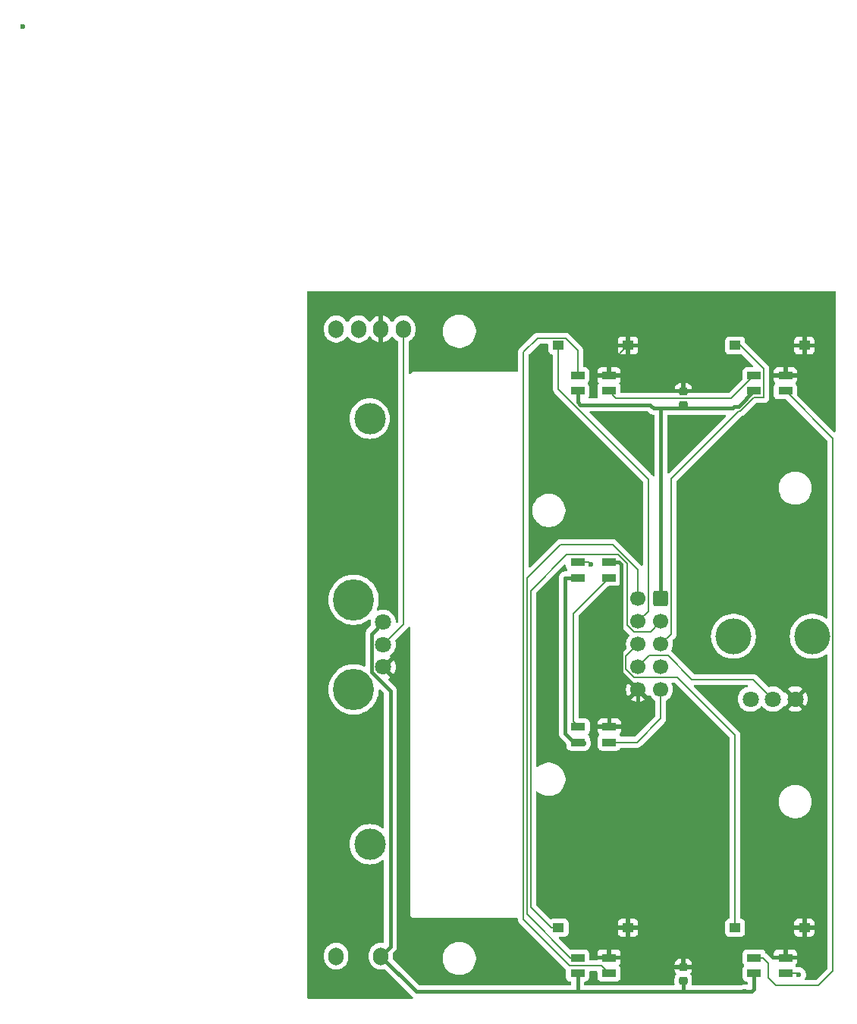
<source format=gbr>
%TF.GenerationSoftware,KiCad,Pcbnew,8.0.8*%
%TF.CreationDate,2025-04-07T16:00:04+02:00*%
%TF.ProjectId,tv25-tbar,74763235-2d74-4626-9172-2e6b69636164,rev?*%
%TF.SameCoordinates,Original*%
%TF.FileFunction,Copper,L1,Top*%
%TF.FilePolarity,Positive*%
%FSLAX46Y46*%
G04 Gerber Fmt 4.6, Leading zero omitted, Abs format (unit mm)*
G04 Created by KiCad (PCBNEW 8.0.8) date 2025-04-07 16:00:04*
%MOMM*%
%LPD*%
G01*
G04 APERTURE LIST*
G04 Aperture macros list*
%AMRoundRect*
0 Rectangle with rounded corners*
0 $1 Rounding radius*
0 $2 $3 $4 $5 $6 $7 $8 $9 X,Y pos of 4 corners*
0 Add a 4 corners polygon primitive as box body*
4,1,4,$2,$3,$4,$5,$6,$7,$8,$9,$2,$3,0*
0 Add four circle primitives for the rounded corners*
1,1,$1+$1,$2,$3*
1,1,$1+$1,$4,$5*
1,1,$1+$1,$6,$7*
1,1,$1+$1,$8,$9*
0 Add four rect primitives between the rounded corners*
20,1,$1+$1,$2,$3,$4,$5,0*
20,1,$1+$1,$4,$5,$6,$7,0*
20,1,$1+$1,$6,$7,$8,$9,0*
20,1,$1+$1,$8,$9,$2,$3,0*%
G04 Aperture macros list end*
%TA.AperFunction,ComponentPad*%
%ADD10O,1.700000X2.000000*%
%TD*%
%TA.AperFunction,ComponentPad*%
%ADD11C,3.500000*%
%TD*%
%TA.AperFunction,WasherPad*%
%ADD12C,4.000000*%
%TD*%
%TA.AperFunction,ComponentPad*%
%ADD13C,1.800000*%
%TD*%
%TA.AperFunction,ComponentPad*%
%ADD14C,4.600000*%
%TD*%
%TA.AperFunction,SMDPad,CuDef*%
%ADD15R,1.250000X1.000000*%
%TD*%
%TA.AperFunction,SMDPad,CuDef*%
%ADD16RoundRect,0.225000X0.250000X-0.225000X0.250000X0.225000X-0.250000X0.225000X-0.250000X-0.225000X0*%
%TD*%
%TA.AperFunction,SMDPad,CuDef*%
%ADD17R,1.600000X0.850000*%
%TD*%
%TA.AperFunction,ComponentPad*%
%ADD18RoundRect,0.250000X0.600000X0.600000X-0.600000X0.600000X-0.600000X-0.600000X0.600000X-0.600000X0*%
%TD*%
%TA.AperFunction,ComponentPad*%
%ADD19C,1.700000*%
%TD*%
%TA.AperFunction,ViaPad*%
%ADD20C,0.600000*%
%TD*%
%TA.AperFunction,Conductor*%
%ADD21C,0.200000*%
%TD*%
%TA.AperFunction,Conductor*%
%ADD22C,0.400000*%
%TD*%
G04 APERTURE END LIST*
D10*
%TO.P,RV3,2,2*%
%TO.N,Net-(J1-Pin_7)*%
X111250000Y-99750000D03*
%TO.P,RV3,1,1*%
%TO.N,GND*%
X108750000Y-99750000D03*
%TO.P,RV3,2B*%
%TO.N,N/C*%
X106250000Y-99750000D03*
%TO.P,RV3,1B*%
X103750000Y-99750000D03*
%TO.P,RV3,3,3*%
%TO.N,+3V3*%
X108750000Y-169750000D03*
%TO.P,RV3,3B*%
%TO.N,N/C*%
X103750000Y-169750000D03*
D11*
%TO.P,RV3,SH*%
X107500000Y-109750000D03*
X107500000Y-157250000D03*
%TD*%
D12*
%TO.P,RV2,*%
%TO.N,*%
X148100000Y-134050000D03*
X156900000Y-134050000D03*
D13*
%TO.P,RV2,1,1*%
%TO.N,GND*%
X155000000Y-141050000D03*
%TO.P,RV2,2,2*%
%TO.N,Net-(J1-Pin_8)*%
X152500000Y-141050000D03*
%TO.P,RV2,3,3*%
%TO.N,+3V3*%
X150000000Y-141050000D03*
%TD*%
%TO.P,RV1,3,3*%
%TO.N,+3V3*%
X109000000Y-132475000D03*
%TO.P,RV1,2,2*%
%TO.N,Net-(J1-Pin_7)*%
X109000000Y-134975000D03*
%TO.P,RV1,1,1*%
%TO.N,GND*%
X109000000Y-137475000D03*
D14*
%TO.P,RV1,*%
%TO.N,*%
X105700000Y-129975000D03*
X105700000Y-139975000D03*
%TD*%
D15*
%TO.P,SW3,1,1*%
%TO.N,Net-(J1-Pin_5)*%
X148275000Y-101586668D03*
%TO.P,SW3,2,2*%
%TO.N,GND*%
X156025000Y-101586668D03*
%TD*%
%TO.P,SW1,2,2*%
%TO.N,GND*%
X136325000Y-166586668D03*
%TO.P,SW1,1,1*%
%TO.N,Net-(J1-Pin_3)*%
X128575000Y-166586668D03*
%TD*%
%TO.P,SW4,1,1*%
%TO.N,Net-(J1-Pin_6)*%
X148275000Y-166586668D03*
%TO.P,SW4,2,2*%
%TO.N,GND*%
X156025000Y-166586668D03*
%TD*%
D16*
%TO.P,C1,1*%
%TO.N,+3V3*%
X142500000Y-172500000D03*
%TO.P,C1,2*%
%TO.N,GND*%
X142500000Y-170950000D03*
%TD*%
D17*
%TO.P,D5,4,VDD*%
%TO.N,+3V3*%
X130700000Y-127500000D03*
%TO.P,D5,3,DIN*%
%TO.N,Net-(D4-DOUT)*%
X130700000Y-125750000D03*
%TO.P,D5,2,VSS*%
%TO.N,GND*%
X134200000Y-125750000D03*
%TO.P,D5,1,DOUT*%
%TO.N,Net-(D5-DOUT)*%
X134200000Y-127500000D03*
%TD*%
%TO.P,D4,1,DOUT*%
%TO.N,Net-(D4-DOUT)*%
X153900000Y-171666668D03*
%TO.P,D4,2,VSS*%
%TO.N,GND*%
X153900000Y-169916668D03*
%TO.P,D4,3,DIN*%
%TO.N,Net-(D3-DOUT)*%
X150400000Y-169916668D03*
%TO.P,D4,4,VDD*%
%TO.N,+3V3*%
X150400000Y-171666668D03*
%TD*%
%TO.P,D3,1,DOUT*%
%TO.N,Net-(D3-DOUT)*%
X153900000Y-106666668D03*
%TO.P,D3,2,VSS*%
%TO.N,GND*%
X153900000Y-104916668D03*
%TO.P,D3,3,DIN*%
%TO.N,Net-(D2-DOUT)*%
X150400000Y-104916668D03*
%TO.P,D3,4,VDD*%
%TO.N,+3V3*%
X150400000Y-106666668D03*
%TD*%
%TO.P,D1,4,VDD*%
%TO.N,+3V3*%
X130700000Y-171666668D03*
%TO.P,D1,3,DIN*%
%TO.N,Net-(D1-DIN)*%
X130700000Y-169916668D03*
%TO.P,D1,2,VSS*%
%TO.N,GND*%
X134200000Y-169916668D03*
%TO.P,D1,1,DOUT*%
%TO.N,Net-(D1-DOUT)*%
X134200000Y-171666668D03*
%TD*%
%TO.P,D6,4,VDD*%
%TO.N,+3V3*%
X130750000Y-145875000D03*
%TO.P,D6,3,DIN*%
%TO.N,Net-(D5-DOUT)*%
X130750000Y-144125000D03*
%TO.P,D6,2,VSS*%
%TO.N,GND*%
X134250000Y-144125000D03*
%TO.P,D6,1,DOUT*%
%TO.N,Net-(D6-DOUT)*%
X134250000Y-145875000D03*
%TD*%
D16*
%TO.P,C2,1*%
%TO.N,+3V3*%
X142500000Y-108275000D03*
%TO.P,C2,2*%
%TO.N,GND*%
X142500000Y-106725000D03*
%TD*%
D15*
%TO.P,SW2,2,2*%
%TO.N,GND*%
X136325000Y-101586668D03*
%TO.P,SW2,1,1*%
%TO.N,Net-(J1-Pin_4)*%
X128575000Y-101586668D03*
%TD*%
D17*
%TO.P,D2,4,VDD*%
%TO.N,+3V3*%
X130700000Y-106666668D03*
%TO.P,D2,3,DIN*%
%TO.N,Net-(D1-DOUT)*%
X130700000Y-104916668D03*
%TO.P,D2,2,VSS*%
%TO.N,GND*%
X134200000Y-104916668D03*
%TO.P,D2,1,DOUT*%
%TO.N,Net-(D2-DOUT)*%
X134200000Y-106666668D03*
%TD*%
D18*
%TO.P,J1,1,Pin_1*%
%TO.N,+3V3*%
X140000000Y-129840000D03*
D19*
%TO.P,J1,2,Pin_2*%
%TO.N,Net-(D1-DIN)*%
X137460000Y-129840000D03*
%TO.P,J1,3,Pin_3*%
%TO.N,Net-(J1-Pin_3)*%
X140000000Y-132380000D03*
%TO.P,J1,4,Pin_4*%
%TO.N,Net-(J1-Pin_4)*%
X137460000Y-132380000D03*
%TO.P,J1,5,Pin_5*%
%TO.N,Net-(J1-Pin_5)*%
X140000000Y-134920000D03*
%TO.P,J1,6,Pin_6*%
%TO.N,Net-(J1-Pin_6)*%
X137460000Y-134920000D03*
%TO.P,J1,7,Pin_7*%
%TO.N,Net-(J1-Pin_7)*%
X140000000Y-137460000D03*
%TO.P,J1,8,Pin_8*%
%TO.N,Net-(J1-Pin_8)*%
X137460000Y-137460000D03*
%TO.P,J1,9,Pin_9*%
%TO.N,Net-(D6-DOUT)*%
X140000000Y-140000000D03*
%TO.P,J1,10,Pin_10*%
%TO.N,GND*%
X137460000Y-140000000D03*
%TD*%
D20*
%TO.N,*%
X68800000Y-66000000D03*
%TO.N,GND*%
X128800000Y-113200000D03*
X135000000Y-109800000D03*
X144800000Y-110000000D03*
X138600000Y-143400000D03*
%TO.N,+3V3*%
X131400000Y-146000000D03*
X149400000Y-173700000D03*
%TO.N,Net-(D4-DOUT)*%
X132200000Y-126000000D03*
X155400000Y-171800006D03*
%TD*%
D21*
%TO.N,Net-(J1-Pin_4)*%
X128575000Y-101586668D02*
X128575000Y-106482107D01*
X128575000Y-106482107D02*
X138610000Y-116517107D01*
X138610000Y-116517107D02*
X138610000Y-131230000D01*
X138610000Y-131230000D02*
X137460000Y-132380000D01*
D22*
%TO.N,+3V3*%
X150400000Y-106666668D02*
X148666668Y-108400000D01*
X148000000Y-108600000D02*
X140000000Y-108600000D01*
X148666668Y-108400000D02*
X148200000Y-108400000D01*
X148200000Y-108400000D02*
X148000000Y-108600000D01*
X140000000Y-108600000D02*
X140000000Y-129840000D01*
X140000000Y-108600000D02*
X139200000Y-108600000D01*
D21*
%TO.N,Net-(J1-Pin_6)*%
X136100000Y-136280000D02*
X137460000Y-134920000D01*
X141800000Y-138610000D02*
X136983654Y-138610000D01*
X136983654Y-138610000D02*
X136100000Y-137726346D01*
X148275000Y-145085000D02*
X141800000Y-138610000D01*
X148275000Y-166586668D02*
X148275000Y-145085000D01*
X136100000Y-137726346D02*
X136100000Y-136280000D01*
D22*
%TO.N,GND*%
X134200000Y-125750000D02*
X135317894Y-125750000D01*
X135600000Y-138140000D02*
X137460000Y-140000000D01*
X135317894Y-125750000D02*
X135600000Y-126032106D01*
X135600000Y-126032106D02*
X135600000Y-138140000D01*
X137460000Y-140000000D02*
X137460000Y-142260000D01*
X137460000Y-142260000D02*
X138600000Y-143400000D01*
%TO.N,+3V3*%
X138800000Y-108200000D02*
X138400000Y-108200000D01*
X139200000Y-108600000D02*
X138800000Y-108200000D01*
X131000000Y-108200000D02*
X138800000Y-108200000D01*
D21*
%TO.N,Net-(J1-Pin_5)*%
X148275000Y-101586668D02*
X148895000Y-101586668D01*
X148873774Y-108900000D02*
X148700000Y-108900000D01*
X148895000Y-101586668D02*
X151500000Y-104191668D01*
X141150000Y-116450000D02*
X141150000Y-133770000D01*
X151500000Y-104191668D02*
X151500000Y-107391668D01*
X151500000Y-107391668D02*
X150382106Y-107391668D01*
X150382106Y-107391668D02*
X148873774Y-108900000D01*
X148700000Y-108900000D02*
X141150000Y-116450000D01*
X141150000Y-133770000D02*
X140000000Y-134920000D01*
%TO.N,Net-(D3-DOUT)*%
X153900000Y-106666668D02*
X159200000Y-111966668D01*
X159200000Y-171400000D02*
X157600000Y-173000000D01*
X157600000Y-173000000D02*
X152800000Y-173000000D01*
X159200000Y-111966668D02*
X159200000Y-171400000D01*
X151400000Y-169916668D02*
X150400000Y-169916668D01*
X152800000Y-173000000D02*
X152000000Y-172200000D01*
X152000000Y-172200000D02*
X152000000Y-170516668D01*
X152000000Y-170516668D02*
X151400000Y-169916668D01*
%TO.N,Net-(D4-DOUT)*%
X153900000Y-171666668D02*
X155266662Y-171666668D01*
X155266662Y-171666668D02*
X155400000Y-171800006D01*
%TO.N,Net-(J1-Pin_3)*%
X128575000Y-166586668D02*
X127786668Y-166586668D01*
X135225000Y-124950000D02*
X136200000Y-125925000D01*
X125450000Y-164250000D02*
X125450000Y-128950000D01*
X136200000Y-132746346D02*
X136983654Y-133530000D01*
X125450000Y-128950000D02*
X129450000Y-124950000D01*
X127786668Y-166586668D02*
X125450000Y-164250000D01*
X136983654Y-133530000D02*
X138850000Y-133530000D01*
X129450000Y-124950000D02*
X135225000Y-124950000D01*
X136200000Y-125925000D02*
X136200000Y-132746346D01*
X138850000Y-133530000D02*
X140000000Y-132380000D01*
%TO.N,Net-(D1-DIN)*%
X129916668Y-169916668D02*
X125050000Y-165050000D01*
X125050000Y-165050000D02*
X125050000Y-127550000D01*
X137460000Y-126619314D02*
X137460000Y-129840000D01*
X125050000Y-127550000D02*
X128800000Y-123800000D01*
X128800000Y-123800000D02*
X134640686Y-123800000D01*
X130700000Y-169916668D02*
X129916668Y-169916668D01*
X134640686Y-123800000D02*
X137460000Y-126619314D01*
%TO.N,Net-(D1-DOUT)*%
X134200000Y-171666668D02*
X133333332Y-170800000D01*
X126213332Y-100786668D02*
X129386668Y-100786668D01*
X133333332Y-170800000D02*
X129800000Y-170800000D01*
X124650000Y-165650000D02*
X124650000Y-102350000D01*
X124650000Y-102350000D02*
X126213332Y-100786668D01*
X129800000Y-170800000D02*
X124650000Y-165650000D01*
X130700000Y-102100000D02*
X130700000Y-104916668D01*
X129386668Y-100786668D02*
X130700000Y-102100000D01*
%TO.N,Net-(D5-DOUT)*%
X134200000Y-127500000D02*
X130200000Y-131500000D01*
X130200000Y-131500000D02*
X130200000Y-143575000D01*
X130200000Y-143575000D02*
X130750000Y-144125000D01*
D22*
%TO.N,+3V3*%
X130875000Y-146000000D02*
X130750000Y-145875000D01*
X131400000Y-146000000D02*
X130875000Y-146000000D01*
X130750000Y-145875000D02*
X130275000Y-145875000D01*
X129300000Y-144900000D02*
X129300000Y-127500000D01*
X130275000Y-145875000D02*
X129300000Y-144900000D01*
X130700000Y-127500000D02*
X129300000Y-127500000D01*
X109000000Y-132475000D02*
X107700000Y-133775000D01*
X109800000Y-140113478D02*
X109800000Y-168700000D01*
X107700000Y-133775000D02*
X107700000Y-138013478D01*
X109800000Y-168700000D02*
X108750000Y-169750000D01*
X107700000Y-138013478D02*
X109800000Y-140113478D01*
X130700000Y-106666668D02*
X130700000Y-107900000D01*
X130700000Y-107900000D02*
X131000000Y-108200000D01*
X131400000Y-173700000D02*
X142600000Y-173700000D01*
X130700000Y-173700000D02*
X131400000Y-173700000D01*
X131400000Y-173700000D02*
X112700000Y-173700000D01*
X112700000Y-173700000D02*
X108750000Y-169750000D01*
X142600000Y-173700000D02*
X150100000Y-173700000D01*
X142500000Y-172500000D02*
X142500000Y-173600000D01*
X142500000Y-173600000D02*
X142600000Y-173700000D01*
X130700000Y-171666668D02*
X130700000Y-173700000D01*
X150100000Y-173700000D02*
X150400000Y-173400000D01*
X150400000Y-173400000D02*
X150400000Y-171666668D01*
D21*
%TO.N,Net-(D4-DOUT)*%
X130700000Y-125750000D02*
X131950000Y-125750000D01*
X131950000Y-125750000D02*
X132200000Y-126000000D01*
%TO.N,Net-(D6-DOUT)*%
X134250000Y-145875000D02*
X137325000Y-145875000D01*
X140000000Y-143200000D02*
X140000000Y-140000000D01*
X137325000Y-145875000D02*
X140000000Y-143200000D01*
%TO.N,Net-(J1-Pin_8)*%
X152500000Y-141050000D02*
X150300000Y-138850000D01*
X150300000Y-138850000D02*
X143450000Y-138850000D01*
X143450000Y-138850000D02*
X140800000Y-136200000D01*
X140800000Y-136200000D02*
X138720000Y-136200000D01*
X138720000Y-136200000D02*
X137460000Y-137460000D01*
%TO.N,Net-(D2-DOUT)*%
X134200000Y-106666668D02*
X135008332Y-107475000D01*
X135008332Y-107475000D02*
X147841668Y-107475000D01*
X147841668Y-107475000D02*
X150400000Y-104916668D01*
%TO.N,GND*%
X134200000Y-104916668D02*
X134200000Y-103711668D01*
X134200000Y-103711668D02*
X136325000Y-101586668D01*
%TO.N,Net-(J1-Pin_7)*%
X111250000Y-99750000D02*
X111250000Y-132725000D01*
X111250000Y-132725000D02*
X109000000Y-134975000D01*
%TD*%
%TA.AperFunction,Conductor*%
%TO.N,GND*%
G36*
X159442539Y-95520185D02*
G01*
X159488294Y-95572989D01*
X159499500Y-95624500D01*
X159499500Y-111117571D01*
X159479815Y-111184610D01*
X159427011Y-111230365D01*
X159357853Y-111240309D01*
X159294297Y-111211284D01*
X159287819Y-111205252D01*
X155236818Y-107154251D01*
X155203333Y-107092928D01*
X155200499Y-107066570D01*
X155200499Y-106193797D01*
X155200498Y-106193791D01*
X155200497Y-106193784D01*
X155194091Y-106134185D01*
X155190320Y-106124075D01*
X155143797Y-105999339D01*
X155143793Y-105999332D01*
X155057547Y-105884123D01*
X155052416Y-105878992D01*
X155018931Y-105817669D01*
X155023915Y-105747977D01*
X155052416Y-105703630D01*
X155057190Y-105698855D01*
X155143350Y-105583761D01*
X155143354Y-105583754D01*
X155193596Y-105449047D01*
X155193598Y-105449040D01*
X155199999Y-105389512D01*
X155200000Y-105389495D01*
X155200000Y-105166668D01*
X152600000Y-105166668D01*
X152600000Y-105389512D01*
X152606401Y-105449040D01*
X152606403Y-105449047D01*
X152656645Y-105583754D01*
X152656649Y-105583761D01*
X152742809Y-105698855D01*
X152747584Y-105703630D01*
X152781069Y-105764953D01*
X152776085Y-105834645D01*
X152747584Y-105878992D01*
X152742452Y-105884123D01*
X152656206Y-105999332D01*
X152656202Y-105999339D01*
X152605908Y-106134185D01*
X152601684Y-106173480D01*
X152599501Y-106193791D01*
X152599500Y-106193803D01*
X152599500Y-107139538D01*
X152599501Y-107139544D01*
X152605908Y-107199151D01*
X152656202Y-107333996D01*
X152656206Y-107334003D01*
X152742452Y-107449212D01*
X152742455Y-107449215D01*
X152857664Y-107535461D01*
X152857671Y-107535465D01*
X152992517Y-107585759D01*
X152992516Y-107585759D01*
X152999444Y-107586503D01*
X153052127Y-107592168D01*
X153924902Y-107592167D01*
X153991941Y-107611851D01*
X154012583Y-107628486D01*
X158563181Y-112179084D01*
X158596666Y-112240407D01*
X158599500Y-112266765D01*
X158599500Y-131950606D01*
X158579815Y-132017645D01*
X158527011Y-132063400D01*
X158457853Y-132073344D01*
X158402615Y-132050924D01*
X158242495Y-131934591D01*
X158242488Y-131934586D01*
X158242484Y-131934584D01*
X157966766Y-131783006D01*
X157966763Y-131783004D01*
X157966758Y-131783002D01*
X157966757Y-131783001D01*
X157674228Y-131667181D01*
X157674225Y-131667180D01*
X157369476Y-131588934D01*
X157369463Y-131588932D01*
X157057329Y-131549500D01*
X157057318Y-131549500D01*
X156742682Y-131549500D01*
X156742670Y-131549500D01*
X156430536Y-131588932D01*
X156430523Y-131588934D01*
X156125774Y-131667180D01*
X156125771Y-131667181D01*
X155833242Y-131783001D01*
X155833241Y-131783002D01*
X155557516Y-131934584D01*
X155557504Y-131934591D01*
X155302978Y-132119515D01*
X155302968Y-132119523D01*
X155073608Y-132334907D01*
X155073606Y-132334909D01*
X154873054Y-132577334D01*
X154873051Y-132577338D01*
X154704464Y-132842990D01*
X154704461Y-132842996D01*
X154570499Y-133127678D01*
X154570497Y-133127683D01*
X154473270Y-133426916D01*
X154414311Y-133735988D01*
X154414310Y-133735995D01*
X154394556Y-134049994D01*
X154394556Y-134050005D01*
X154414310Y-134364004D01*
X154414311Y-134364011D01*
X154473270Y-134673083D01*
X154570497Y-134972316D01*
X154570499Y-134972321D01*
X154704461Y-135257003D01*
X154704464Y-135257009D01*
X154873051Y-135522661D01*
X154873054Y-135522665D01*
X155073606Y-135765090D01*
X155073608Y-135765092D01*
X155302968Y-135980476D01*
X155302978Y-135980484D01*
X155557504Y-136165408D01*
X155557509Y-136165410D01*
X155557516Y-136165416D01*
X155833234Y-136316994D01*
X155833239Y-136316996D01*
X155833241Y-136316997D01*
X155833242Y-136316998D01*
X156125771Y-136432818D01*
X156125774Y-136432819D01*
X156430523Y-136511065D01*
X156430527Y-136511066D01*
X156496010Y-136519338D01*
X156742670Y-136550499D01*
X156742679Y-136550499D01*
X156742682Y-136550500D01*
X156742684Y-136550500D01*
X157057316Y-136550500D01*
X157057318Y-136550500D01*
X157057321Y-136550499D01*
X157057329Y-136550499D01*
X157243593Y-136526968D01*
X157369473Y-136511066D01*
X157674225Y-136432819D01*
X157674228Y-136432818D01*
X157966757Y-136316998D01*
X157966758Y-136316997D01*
X157966756Y-136316997D01*
X157966766Y-136316994D01*
X158242484Y-136165416D01*
X158282968Y-136136003D01*
X158402615Y-136049075D01*
X158468421Y-136025595D01*
X158536475Y-136041420D01*
X158585170Y-136091526D01*
X158599500Y-136149393D01*
X158599500Y-171099902D01*
X158579815Y-171166941D01*
X158563181Y-171187583D01*
X157387584Y-172363181D01*
X157326261Y-172396666D01*
X157299903Y-172399500D01*
X156193083Y-172399500D01*
X156126044Y-172379815D01*
X156080289Y-172327011D01*
X156070345Y-172257853D01*
X156088089Y-172209528D01*
X156125788Y-172149529D01*
X156125789Y-172149528D01*
X156185368Y-171979261D01*
X156203092Y-171821955D01*
X156205565Y-171800009D01*
X156205565Y-171800002D01*
X156185369Y-171620756D01*
X156185368Y-171620751D01*
X156163988Y-171559651D01*
X156125789Y-171450484D01*
X156029816Y-171297744D01*
X155902262Y-171170190D01*
X155872605Y-171151555D01*
X155749523Y-171074217D01*
X155579254Y-171014637D01*
X155579249Y-171014636D01*
X155400004Y-170994441D01*
X155399996Y-170994441D01*
X155230927Y-171013490D01*
X155162105Y-171001435D01*
X155117778Y-170964582D01*
X155057546Y-170884122D01*
X155057544Y-170884120D01*
X155057543Y-170884119D01*
X155052416Y-170878992D01*
X155018931Y-170817669D01*
X155023915Y-170747977D01*
X155052416Y-170703630D01*
X155057190Y-170698855D01*
X155143350Y-170583761D01*
X155143354Y-170583754D01*
X155193596Y-170449047D01*
X155193598Y-170449040D01*
X155199999Y-170389512D01*
X155200000Y-170389495D01*
X155200000Y-170166668D01*
X152550598Y-170166668D01*
X152483559Y-170146983D01*
X152462921Y-170130353D01*
X152368716Y-170036148D01*
X152368715Y-170036147D01*
X152364385Y-170031817D01*
X152364374Y-170031807D01*
X151887590Y-169555023D01*
X151887588Y-169555020D01*
X151776391Y-169443823D01*
X152600000Y-169443823D01*
X152600000Y-169666668D01*
X153650000Y-169666668D01*
X154150000Y-169666668D01*
X155200000Y-169666668D01*
X155200000Y-169443840D01*
X155199999Y-169443823D01*
X155193598Y-169384295D01*
X155193596Y-169384288D01*
X155143354Y-169249581D01*
X155143350Y-169249574D01*
X155057190Y-169134480D01*
X155057187Y-169134477D01*
X154942093Y-169048317D01*
X154942086Y-169048313D01*
X154807379Y-168998071D01*
X154807372Y-168998069D01*
X154747844Y-168991668D01*
X154150000Y-168991668D01*
X154150000Y-169666668D01*
X153650000Y-169666668D01*
X153650000Y-168991668D01*
X153052155Y-168991668D01*
X152992627Y-168998069D01*
X152992620Y-168998071D01*
X152857913Y-169048313D01*
X152857906Y-169048317D01*
X152742812Y-169134477D01*
X152742809Y-169134480D01*
X152656649Y-169249574D01*
X152656645Y-169249581D01*
X152606403Y-169384288D01*
X152606401Y-169384295D01*
X152600000Y-169443823D01*
X151776391Y-169443823D01*
X151768715Y-169436147D01*
X151736914Y-169417787D01*
X151688699Y-169367219D01*
X151682733Y-169353733D01*
X151643797Y-169249339D01*
X151643793Y-169249332D01*
X151557547Y-169134123D01*
X151557544Y-169134120D01*
X151442335Y-169047874D01*
X151442328Y-169047870D01*
X151307482Y-168997576D01*
X151307483Y-168997576D01*
X151247883Y-168991169D01*
X151247881Y-168991168D01*
X151247873Y-168991168D01*
X151247864Y-168991168D01*
X149552129Y-168991168D01*
X149552123Y-168991169D01*
X149492516Y-168997576D01*
X149357671Y-169047870D01*
X149357664Y-169047874D01*
X149242455Y-169134120D01*
X149242452Y-169134123D01*
X149156206Y-169249332D01*
X149156202Y-169249339D01*
X149105908Y-169384185D01*
X149102296Y-169417787D01*
X149099501Y-169443791D01*
X149099500Y-169443803D01*
X149099500Y-170389538D01*
X149099501Y-170389544D01*
X149105908Y-170449151D01*
X149156202Y-170583996D01*
X149156206Y-170584003D01*
X149242452Y-170699212D01*
X149247227Y-170703987D01*
X149280712Y-170765310D01*
X149275728Y-170835002D01*
X149247227Y-170879349D01*
X149242452Y-170884123D01*
X149156206Y-170999332D01*
X149156202Y-170999339D01*
X149105908Y-171134185D01*
X149101206Y-171177923D01*
X149099501Y-171193791D01*
X149099500Y-171193803D01*
X149099500Y-172139538D01*
X149099501Y-172139544D01*
X149105908Y-172199151D01*
X149156202Y-172333996D01*
X149156206Y-172334003D01*
X149242452Y-172449212D01*
X149242455Y-172449215D01*
X149357664Y-172535461D01*
X149357671Y-172535465D01*
X149386998Y-172546403D01*
X149492517Y-172585759D01*
X149552127Y-172592168D01*
X149575497Y-172592167D01*
X149642536Y-172611849D01*
X149688292Y-172664651D01*
X149699500Y-172716167D01*
X149699500Y-172789424D01*
X149679815Y-172856463D01*
X149627011Y-172902218D01*
X149561617Y-172912644D01*
X149400004Y-172894435D01*
X149399996Y-172894435D01*
X149220750Y-172914630D01*
X149220745Y-172914631D01*
X149050474Y-172974212D01*
X149040477Y-172980494D01*
X148974506Y-172999500D01*
X143589709Y-172999500D01*
X143522670Y-172979815D01*
X143476915Y-172927011D01*
X143466351Y-172862897D01*
X143467009Y-172856463D01*
X143475500Y-172773345D01*
X143475499Y-172226656D01*
X143473749Y-172209528D01*
X143465349Y-172127292D01*
X143465348Y-172127289D01*
X143412003Y-171966303D01*
X143411999Y-171966297D01*
X143411998Y-171966294D01*
X143322970Y-171821959D01*
X143322967Y-171821955D01*
X143313339Y-171812327D01*
X143279854Y-171751004D01*
X143284838Y-171681312D01*
X143313345Y-171636959D01*
X143322573Y-171627731D01*
X143411542Y-171483492D01*
X143411547Y-171483481D01*
X143464855Y-171322606D01*
X143474999Y-171223322D01*
X143475000Y-171223309D01*
X143475000Y-171200000D01*
X141525001Y-171200000D01*
X141525001Y-171223322D01*
X141535144Y-171322607D01*
X141588452Y-171483481D01*
X141588457Y-171483492D01*
X141677424Y-171627728D01*
X141677427Y-171627732D01*
X141686660Y-171636965D01*
X141720145Y-171698288D01*
X141715161Y-171767980D01*
X141686663Y-171812324D01*
X141677033Y-171821953D01*
X141677029Y-171821959D01*
X141588001Y-171966294D01*
X141587996Y-171966305D01*
X141534651Y-172127290D01*
X141524500Y-172226647D01*
X141524500Y-172773337D01*
X141524501Y-172773355D01*
X141533649Y-172862899D01*
X141520879Y-172931592D01*
X141472998Y-172982476D01*
X141410291Y-172999500D01*
X131524500Y-172999500D01*
X131457461Y-172979815D01*
X131411706Y-172927011D01*
X131400500Y-172875500D01*
X131400500Y-172716167D01*
X131420185Y-172649128D01*
X131472989Y-172603373D01*
X131524500Y-172592167D01*
X131547871Y-172592167D01*
X131547872Y-172592167D01*
X131607483Y-172585759D01*
X131742331Y-172535464D01*
X131857546Y-172449214D01*
X131943796Y-172333999D01*
X131994091Y-172199151D01*
X132000500Y-172139541D01*
X132000499Y-171524499D01*
X132020183Y-171457461D01*
X132072987Y-171411706D01*
X132124499Y-171400500D01*
X132775500Y-171400500D01*
X132842539Y-171420185D01*
X132888294Y-171472989D01*
X132899500Y-171524500D01*
X132899500Y-172139538D01*
X132899501Y-172139544D01*
X132905908Y-172199151D01*
X132956202Y-172333996D01*
X132956206Y-172334003D01*
X133042452Y-172449212D01*
X133042455Y-172449215D01*
X133157664Y-172535461D01*
X133157671Y-172535465D01*
X133292517Y-172585759D01*
X133292516Y-172585759D01*
X133299444Y-172586503D01*
X133352127Y-172592168D01*
X135047872Y-172592167D01*
X135107483Y-172585759D01*
X135242331Y-172535464D01*
X135357546Y-172449214D01*
X135443796Y-172333999D01*
X135494091Y-172199151D01*
X135500500Y-172139541D01*
X135500499Y-171193796D01*
X135494091Y-171134185D01*
X135481304Y-171099902D01*
X135443797Y-170999339D01*
X135443793Y-170999332D01*
X135357547Y-170884123D01*
X135352416Y-170878992D01*
X135318931Y-170817669D01*
X135323915Y-170747977D01*
X135352416Y-170703630D01*
X135357190Y-170698855D01*
X135373793Y-170676677D01*
X141525000Y-170676677D01*
X141525000Y-170700000D01*
X142250000Y-170700000D01*
X142750000Y-170700000D01*
X143474999Y-170700000D01*
X143474999Y-170676692D01*
X143474998Y-170676677D01*
X143464855Y-170577392D01*
X143411547Y-170416518D01*
X143411542Y-170416507D01*
X143322575Y-170272271D01*
X143322572Y-170272267D01*
X143202732Y-170152427D01*
X143202728Y-170152424D01*
X143058492Y-170063457D01*
X143058481Y-170063452D01*
X142897606Y-170010144D01*
X142798322Y-170000000D01*
X142750000Y-170000000D01*
X142750000Y-170700000D01*
X142250000Y-170700000D01*
X142250000Y-170000000D01*
X142249999Y-169999999D01*
X142201693Y-170000000D01*
X142201675Y-170000001D01*
X142102392Y-170010144D01*
X141941518Y-170063452D01*
X141941507Y-170063457D01*
X141797271Y-170152424D01*
X141797267Y-170152427D01*
X141677427Y-170272267D01*
X141677424Y-170272271D01*
X141588457Y-170416507D01*
X141588452Y-170416518D01*
X141535144Y-170577393D01*
X141525000Y-170676677D01*
X135373793Y-170676677D01*
X135443350Y-170583761D01*
X135443354Y-170583754D01*
X135493596Y-170449047D01*
X135493598Y-170449040D01*
X135499999Y-170389512D01*
X135500000Y-170389495D01*
X135500000Y-170166668D01*
X132897101Y-170166668D01*
X132842164Y-170196666D01*
X132815806Y-170199500D01*
X132124500Y-170199500D01*
X132057461Y-170179815D01*
X132011706Y-170127011D01*
X132000500Y-170075500D01*
X132000499Y-169443823D01*
X132900000Y-169443823D01*
X132900000Y-169666668D01*
X133950000Y-169666668D01*
X134450000Y-169666668D01*
X135500000Y-169666668D01*
X135500000Y-169443840D01*
X135499999Y-169443823D01*
X135493598Y-169384295D01*
X135493596Y-169384288D01*
X135443354Y-169249581D01*
X135443350Y-169249574D01*
X135357190Y-169134480D01*
X135357187Y-169134477D01*
X135242093Y-169048317D01*
X135242086Y-169048313D01*
X135107379Y-168998071D01*
X135107372Y-168998069D01*
X135047844Y-168991668D01*
X134450000Y-168991668D01*
X134450000Y-169666668D01*
X133950000Y-169666668D01*
X133950000Y-168991668D01*
X133352155Y-168991668D01*
X133292627Y-168998069D01*
X133292620Y-168998071D01*
X133157913Y-169048313D01*
X133157906Y-169048317D01*
X133042812Y-169134477D01*
X133042809Y-169134480D01*
X132956649Y-169249574D01*
X132956645Y-169249581D01*
X132906403Y-169384288D01*
X132906401Y-169384295D01*
X132900000Y-169443823D01*
X132000499Y-169443823D01*
X132000499Y-169443797D01*
X132000498Y-169443791D01*
X132000497Y-169443784D01*
X131994091Y-169384185D01*
X131943884Y-169249574D01*
X131943797Y-169249339D01*
X131943793Y-169249332D01*
X131857547Y-169134123D01*
X131857544Y-169134120D01*
X131742335Y-169047874D01*
X131742328Y-169047870D01*
X131607482Y-168997576D01*
X131607483Y-168997576D01*
X131547883Y-168991169D01*
X131547881Y-168991168D01*
X131547873Y-168991168D01*
X131547865Y-168991168D01*
X129891765Y-168991168D01*
X129824726Y-168971483D01*
X129804084Y-168954849D01*
X128648083Y-167798848D01*
X128614598Y-167737525D01*
X128619582Y-167667833D01*
X128661454Y-167611900D01*
X128726918Y-167587483D01*
X128735764Y-167587167D01*
X129247871Y-167587167D01*
X129247872Y-167587167D01*
X129307483Y-167580759D01*
X129442331Y-167530464D01*
X129557546Y-167444214D01*
X129643796Y-167328999D01*
X129694091Y-167194151D01*
X129700500Y-167134541D01*
X129700500Y-167134512D01*
X135200000Y-167134512D01*
X135206401Y-167194040D01*
X135206403Y-167194047D01*
X135256645Y-167328754D01*
X135256649Y-167328761D01*
X135342809Y-167443855D01*
X135342812Y-167443858D01*
X135457906Y-167530018D01*
X135457913Y-167530022D01*
X135592620Y-167580264D01*
X135592627Y-167580266D01*
X135652155Y-167586667D01*
X135652172Y-167586668D01*
X136075000Y-167586668D01*
X136575000Y-167586668D01*
X136997828Y-167586668D01*
X136997844Y-167586667D01*
X137057372Y-167580266D01*
X137057379Y-167580264D01*
X137192086Y-167530022D01*
X137192093Y-167530018D01*
X137307187Y-167443858D01*
X137307190Y-167443855D01*
X137393350Y-167328761D01*
X137393354Y-167328754D01*
X137443596Y-167194047D01*
X137443598Y-167194040D01*
X137449999Y-167134512D01*
X137450000Y-167134495D01*
X137450000Y-166836668D01*
X136575000Y-166836668D01*
X136575000Y-167586668D01*
X136075000Y-167586668D01*
X136075000Y-166836668D01*
X135200000Y-166836668D01*
X135200000Y-167134512D01*
X129700500Y-167134512D01*
X129700499Y-166038823D01*
X135200000Y-166038823D01*
X135200000Y-166336668D01*
X136075000Y-166336668D01*
X136575000Y-166336668D01*
X137450000Y-166336668D01*
X137450000Y-166038840D01*
X137449999Y-166038823D01*
X137443598Y-165979295D01*
X137443596Y-165979288D01*
X137393354Y-165844581D01*
X137393350Y-165844574D01*
X137307190Y-165729480D01*
X137307187Y-165729477D01*
X137192093Y-165643317D01*
X137192086Y-165643313D01*
X137057379Y-165593071D01*
X137057372Y-165593069D01*
X136997844Y-165586668D01*
X136575000Y-165586668D01*
X136575000Y-166336668D01*
X136075000Y-166336668D01*
X136075000Y-165586668D01*
X135652155Y-165586668D01*
X135592627Y-165593069D01*
X135592620Y-165593071D01*
X135457913Y-165643313D01*
X135457906Y-165643317D01*
X135342812Y-165729477D01*
X135342809Y-165729480D01*
X135256649Y-165844574D01*
X135256645Y-165844581D01*
X135206403Y-165979288D01*
X135206401Y-165979295D01*
X135200000Y-166038823D01*
X129700499Y-166038823D01*
X129700499Y-166038796D01*
X129694091Y-165979185D01*
X129676456Y-165931904D01*
X129643797Y-165844339D01*
X129643793Y-165844332D01*
X129557547Y-165729123D01*
X129557544Y-165729120D01*
X129442335Y-165642874D01*
X129442328Y-165642870D01*
X129307482Y-165592576D01*
X129307483Y-165592576D01*
X129247883Y-165586169D01*
X129247881Y-165586168D01*
X129247873Y-165586168D01*
X129247864Y-165586168D01*
X127902129Y-165586168D01*
X127902123Y-165586169D01*
X127842517Y-165592576D01*
X127770997Y-165619251D01*
X127701306Y-165624234D01*
X127639985Y-165590749D01*
X126086819Y-164037583D01*
X126053334Y-163976260D01*
X126050500Y-163949902D01*
X126050500Y-151466866D01*
X126070185Y-151399827D01*
X126122989Y-151354072D01*
X126192147Y-151344128D01*
X126255703Y-151373153D01*
X126262181Y-151379185D01*
X126277256Y-151394260D01*
X126277263Y-151394266D01*
X126371878Y-151466866D01*
X126469711Y-151541936D01*
X126679788Y-151663224D01*
X126903900Y-151756054D01*
X127138211Y-151818838D01*
X127318586Y-151842584D01*
X127378711Y-151850500D01*
X127378712Y-151850500D01*
X127621289Y-151850500D01*
X127669388Y-151844167D01*
X127861789Y-151818838D01*
X128096100Y-151756054D01*
X128320212Y-151663224D01*
X128530289Y-151541936D01*
X128722738Y-151394265D01*
X128894265Y-151222738D01*
X129041936Y-151030289D01*
X129163224Y-150820212D01*
X129256054Y-150596100D01*
X129318838Y-150361789D01*
X129350500Y-150121288D01*
X129350500Y-149878712D01*
X129318838Y-149638211D01*
X129256054Y-149403900D01*
X129163224Y-149179788D01*
X129041936Y-148969711D01*
X128894265Y-148777262D01*
X128894260Y-148777256D01*
X128722743Y-148605739D01*
X128722736Y-148605733D01*
X128530293Y-148458067D01*
X128530292Y-148458066D01*
X128530289Y-148458064D01*
X128320212Y-148336776D01*
X128320205Y-148336773D01*
X128096104Y-148243947D01*
X127861785Y-148181161D01*
X127621289Y-148149500D01*
X127621288Y-148149500D01*
X127378712Y-148149500D01*
X127378711Y-148149500D01*
X127138214Y-148181161D01*
X126903895Y-148243947D01*
X126679794Y-148336773D01*
X126679785Y-148336777D01*
X126469706Y-148458067D01*
X126277263Y-148605733D01*
X126277256Y-148605739D01*
X126262181Y-148620815D01*
X126200858Y-148654300D01*
X126131166Y-148649316D01*
X126075233Y-148607444D01*
X126050816Y-148541980D01*
X126050500Y-148533134D01*
X126050500Y-129250096D01*
X126070185Y-129183057D01*
X126086814Y-129162420D01*
X129187821Y-126061412D01*
X129249142Y-126027929D01*
X129318834Y-126032913D01*
X129374767Y-126074785D01*
X129399184Y-126140249D01*
X129399500Y-126149093D01*
X129399500Y-126222869D01*
X129399501Y-126222876D01*
X129405908Y-126282483D01*
X129456202Y-126417328D01*
X129456206Y-126417335D01*
X129542452Y-126532544D01*
X129547226Y-126537318D01*
X129580711Y-126598641D01*
X129575727Y-126668333D01*
X129547230Y-126712676D01*
X129542455Y-126717450D01*
X129518232Y-126749810D01*
X129462299Y-126791682D01*
X129418965Y-126799500D01*
X129231005Y-126799500D01*
X129095677Y-126826418D01*
X129095667Y-126826421D01*
X128968195Y-126879221D01*
X128968182Y-126879228D01*
X128853458Y-126955885D01*
X128853454Y-126955888D01*
X128755888Y-127053454D01*
X128755885Y-127053458D01*
X128679228Y-127168182D01*
X128679221Y-127168195D01*
X128626421Y-127295667D01*
X128626418Y-127295677D01*
X128599500Y-127431004D01*
X128599500Y-127431007D01*
X128599500Y-144831006D01*
X128599500Y-144968994D01*
X128599500Y-144968996D01*
X128599499Y-144968996D01*
X128626418Y-145104322D01*
X128626421Y-145104332D01*
X128679222Y-145231807D01*
X128755887Y-145346545D01*
X128755888Y-145346546D01*
X129413181Y-146003838D01*
X129446666Y-146065161D01*
X129449500Y-146091519D01*
X129449500Y-146347869D01*
X129449501Y-146347876D01*
X129455908Y-146407483D01*
X129506202Y-146542328D01*
X129506206Y-146542335D01*
X129592452Y-146657544D01*
X129592455Y-146657547D01*
X129707664Y-146743793D01*
X129707671Y-146743797D01*
X129842517Y-146794091D01*
X129842516Y-146794091D01*
X129849444Y-146794835D01*
X129902127Y-146800500D01*
X131348076Y-146800499D01*
X131361960Y-146801279D01*
X131399998Y-146805565D01*
X131400000Y-146805565D01*
X131400001Y-146805565D01*
X131438038Y-146801279D01*
X131451923Y-146800499D01*
X131597871Y-146800499D01*
X131597872Y-146800499D01*
X131657483Y-146794091D01*
X131792331Y-146743796D01*
X131907546Y-146657546D01*
X131993796Y-146542331D01*
X131993796Y-146542329D01*
X131999112Y-146535229D01*
X131999988Y-146535885D01*
X132011276Y-146520801D01*
X132029816Y-146502262D01*
X132125789Y-146349522D01*
X132185368Y-146179255D01*
X132185369Y-146179249D01*
X132205565Y-146000003D01*
X132205565Y-145999996D01*
X132185369Y-145820750D01*
X132185366Y-145820737D01*
X132125790Y-145650479D01*
X132069505Y-145560901D01*
X132050499Y-145494930D01*
X132050499Y-145402129D01*
X132050498Y-145402123D01*
X132050497Y-145402116D01*
X132044091Y-145342517D01*
X132027269Y-145297416D01*
X131993797Y-145207671D01*
X131993793Y-145207664D01*
X131907547Y-145092455D01*
X131902773Y-145087681D01*
X131869288Y-145026358D01*
X131874272Y-144956666D01*
X131902773Y-144912319D01*
X131907542Y-144907548D01*
X131907546Y-144907546D01*
X131993796Y-144792331D01*
X132044091Y-144657483D01*
X132050500Y-144597873D01*
X132050499Y-143652155D01*
X132950000Y-143652155D01*
X132950000Y-143875000D01*
X134000000Y-143875000D01*
X134500000Y-143875000D01*
X135550000Y-143875000D01*
X135550000Y-143652172D01*
X135549999Y-143652155D01*
X135543598Y-143592627D01*
X135543596Y-143592620D01*
X135493354Y-143457913D01*
X135493350Y-143457906D01*
X135407190Y-143342812D01*
X135407187Y-143342809D01*
X135292093Y-143256649D01*
X135292086Y-143256645D01*
X135157379Y-143206403D01*
X135157372Y-143206401D01*
X135097844Y-143200000D01*
X134500000Y-143200000D01*
X134500000Y-143875000D01*
X134000000Y-143875000D01*
X134000000Y-143200000D01*
X133402155Y-143200000D01*
X133342627Y-143206401D01*
X133342620Y-143206403D01*
X133207913Y-143256645D01*
X133207906Y-143256649D01*
X133092812Y-143342809D01*
X133092809Y-143342812D01*
X133006649Y-143457906D01*
X133006645Y-143457913D01*
X132956403Y-143592620D01*
X132956401Y-143592627D01*
X132950000Y-143652155D01*
X132050499Y-143652155D01*
X132050499Y-143652128D01*
X132044091Y-143592517D01*
X131993884Y-143457906D01*
X131993797Y-143457671D01*
X131993793Y-143457664D01*
X131907547Y-143342455D01*
X131907544Y-143342452D01*
X131792335Y-143256206D01*
X131792328Y-143256202D01*
X131657482Y-143205908D01*
X131657483Y-143205908D01*
X131597883Y-143199501D01*
X131597881Y-143199500D01*
X131597873Y-143199500D01*
X131597865Y-143199500D01*
X130924500Y-143199500D01*
X130857461Y-143179815D01*
X130811706Y-143127011D01*
X130800500Y-143075500D01*
X130800500Y-131800096D01*
X130820185Y-131733057D01*
X130836814Y-131712420D01*
X134087416Y-128461817D01*
X134148739Y-128428333D01*
X134175097Y-128425499D01*
X135047871Y-128425499D01*
X135047872Y-128425499D01*
X135107483Y-128419091D01*
X135242331Y-128368796D01*
X135357546Y-128282546D01*
X135376233Y-128257582D01*
X135432166Y-128215711D01*
X135501858Y-128210727D01*
X135563181Y-128244212D01*
X135596666Y-128305535D01*
X135599500Y-128331893D01*
X135599500Y-132659676D01*
X135599499Y-132659694D01*
X135599499Y-132825400D01*
X135599498Y-132825400D01*
X135603094Y-132838822D01*
X135640423Y-132978131D01*
X135663316Y-133017782D01*
X135707156Y-133093716D01*
X135719479Y-133115060D01*
X135719481Y-133115063D01*
X135838349Y-133233931D01*
X135838355Y-133233936D01*
X136449580Y-133845161D01*
X136483065Y-133906484D01*
X136478081Y-133976176D01*
X136449580Y-134020523D01*
X136421505Y-134048597D01*
X136285965Y-134242169D01*
X136285964Y-134242171D01*
X136195362Y-134436469D01*
X136189039Y-134450029D01*
X136186098Y-134456335D01*
X136186094Y-134456344D01*
X136124938Y-134684586D01*
X136124936Y-134684596D01*
X136104341Y-134919999D01*
X136104341Y-134920000D01*
X136124936Y-135155403D01*
X136124938Y-135155413D01*
X136159327Y-135283756D01*
X136157664Y-135353606D01*
X136127233Y-135403530D01*
X135731286Y-135799478D01*
X135619481Y-135911282D01*
X135619479Y-135911285D01*
X135586612Y-135968214D01*
X135586611Y-135968216D01*
X135540423Y-136048214D01*
X135528818Y-136091526D01*
X135499499Y-136200943D01*
X135499499Y-136200945D01*
X135499499Y-136369046D01*
X135499500Y-136369059D01*
X135499500Y-137639676D01*
X135499499Y-137639694D01*
X135499499Y-137805400D01*
X135499498Y-137805400D01*
X135540423Y-137958131D01*
X135569358Y-138008246D01*
X135569359Y-138008250D01*
X135569360Y-138008250D01*
X135619479Y-138095060D01*
X135619481Y-138095063D01*
X135738349Y-138213931D01*
X135738355Y-138213936D01*
X136498793Y-138974374D01*
X136498803Y-138974385D01*
X136503133Y-138978715D01*
X136503134Y-138978716D01*
X136614938Y-139090520D01*
X136614940Y-139090521D01*
X136614944Y-139090524D01*
X136751863Y-139169573D01*
X136751870Y-139169577D01*
X136863673Y-139199534D01*
X136904596Y-139210500D01*
X136904597Y-139210500D01*
X136972692Y-139210500D01*
X137039731Y-139230185D01*
X137060373Y-139246819D01*
X137330591Y-139517037D01*
X137267007Y-139534075D01*
X137152993Y-139599901D01*
X137059901Y-139692993D01*
X136994075Y-139807007D01*
X136977037Y-139870590D01*
X136345073Y-139238626D01*
X136345073Y-139238627D01*
X136286400Y-139322421D01*
X136286399Y-139322423D01*
X136186570Y-139536507D01*
X136186566Y-139536516D01*
X136125432Y-139764673D01*
X136125430Y-139764684D01*
X136104843Y-139999998D01*
X136104843Y-140000001D01*
X136125430Y-140235315D01*
X136125432Y-140235326D01*
X136186566Y-140463483D01*
X136186570Y-140463492D01*
X136286398Y-140677576D01*
X136345073Y-140761372D01*
X136977037Y-140129408D01*
X136994075Y-140192993D01*
X137059901Y-140307007D01*
X137152993Y-140400099D01*
X137267007Y-140465925D01*
X137330591Y-140482962D01*
X136698626Y-141114926D01*
X136782417Y-141173598D01*
X136782421Y-141173600D01*
X136996507Y-141273429D01*
X136996516Y-141273433D01*
X137224673Y-141334567D01*
X137224684Y-141334569D01*
X137459998Y-141355157D01*
X137460002Y-141355157D01*
X137695315Y-141334569D01*
X137695326Y-141334567D01*
X137923483Y-141273433D01*
X137923492Y-141273429D01*
X138137580Y-141173599D01*
X138221371Y-141114925D01*
X137589408Y-140482962D01*
X137652993Y-140465925D01*
X137767007Y-140400099D01*
X137860099Y-140307007D01*
X137925925Y-140192993D01*
X137942962Y-140129408D01*
X138574925Y-140761371D01*
X138628120Y-140685404D01*
X138682697Y-140641780D01*
X138752196Y-140634588D01*
X138814550Y-140666111D01*
X138831268Y-140685404D01*
X138961505Y-140871401D01*
X139128599Y-141038495D01*
X139225384Y-141106265D01*
X139322165Y-141174032D01*
X139322167Y-141174033D01*
X139322170Y-141174035D01*
X139327898Y-141176706D01*
X139380339Y-141222872D01*
X139399500Y-141289090D01*
X139399500Y-142899903D01*
X139379815Y-142966942D01*
X139363181Y-142987584D01*
X137112584Y-145238181D01*
X137051261Y-145271666D01*
X137024903Y-145274500D01*
X135603861Y-145274500D01*
X135536822Y-145254815D01*
X135499362Y-145214581D01*
X135499112Y-145214769D01*
X135497364Y-145212434D01*
X135495027Y-145209924D01*
X135493797Y-145207673D01*
X135493796Y-145207669D01*
X135493793Y-145207665D01*
X135493792Y-145207663D01*
X135407547Y-145092455D01*
X135402416Y-145087324D01*
X135368931Y-145026001D01*
X135373915Y-144956309D01*
X135402416Y-144911962D01*
X135407190Y-144907187D01*
X135493350Y-144792093D01*
X135493354Y-144792086D01*
X135543596Y-144657379D01*
X135543598Y-144657372D01*
X135549999Y-144597844D01*
X135550000Y-144597827D01*
X135550000Y-144375000D01*
X132950000Y-144375000D01*
X132950000Y-144597844D01*
X132956401Y-144657372D01*
X132956403Y-144657379D01*
X133006645Y-144792086D01*
X133006649Y-144792093D01*
X133092809Y-144907187D01*
X133097584Y-144911962D01*
X133131069Y-144973285D01*
X133126085Y-145042977D01*
X133097584Y-145087324D01*
X133092452Y-145092455D01*
X133006206Y-145207664D01*
X133006202Y-145207671D01*
X132955908Y-145342517D01*
X132951331Y-145385097D01*
X132949501Y-145402123D01*
X132949500Y-145402135D01*
X132949500Y-146347870D01*
X132949501Y-146347876D01*
X132955908Y-146407483D01*
X133006202Y-146542328D01*
X133006206Y-146542335D01*
X133092452Y-146657544D01*
X133092455Y-146657547D01*
X133207664Y-146743793D01*
X133207671Y-146743797D01*
X133342517Y-146794091D01*
X133342516Y-146794091D01*
X133349444Y-146794835D01*
X133402127Y-146800500D01*
X135097872Y-146800499D01*
X135157483Y-146794091D01*
X135292331Y-146743796D01*
X135407546Y-146657546D01*
X135493796Y-146542331D01*
X135493798Y-146542323D01*
X135495027Y-146540076D01*
X135496849Y-146538253D01*
X135499112Y-146535231D01*
X135499546Y-146535556D01*
X135544431Y-146490669D01*
X135603861Y-146475500D01*
X137238331Y-146475500D01*
X137238347Y-146475501D01*
X137245943Y-146475501D01*
X137404054Y-146475501D01*
X137404057Y-146475501D01*
X137556785Y-146434577D01*
X137606904Y-146405639D01*
X137693716Y-146355520D01*
X137805520Y-146243716D01*
X137805520Y-146243714D01*
X137815728Y-146233507D01*
X137815730Y-146233504D01*
X140368713Y-143680521D01*
X140368716Y-143680520D01*
X140480520Y-143568716D01*
X140530639Y-143481904D01*
X140559577Y-143431785D01*
X140600500Y-143279058D01*
X140600500Y-143120943D01*
X140600500Y-141289090D01*
X140620185Y-141222051D01*
X140672101Y-141176706D01*
X140677830Y-141174035D01*
X140871401Y-141038495D01*
X141038495Y-140871401D01*
X141174035Y-140677830D01*
X141273903Y-140463663D01*
X141335063Y-140235408D01*
X141355659Y-140000000D01*
X141335063Y-139764592D01*
X141282753Y-139569365D01*
X141273905Y-139536344D01*
X141273902Y-139536335D01*
X141256959Y-139500000D01*
X141204220Y-139386904D01*
X141193729Y-139317828D01*
X141222249Y-139254044D01*
X141280725Y-139215804D01*
X141316603Y-139210500D01*
X141499903Y-139210500D01*
X141566942Y-139230185D01*
X141587584Y-139246819D01*
X147638181Y-145297416D01*
X147671666Y-145358739D01*
X147674500Y-145385097D01*
X147674500Y-165467004D01*
X147654815Y-165534043D01*
X147602011Y-165579798D01*
X147563754Y-165590294D01*
X147542516Y-165592577D01*
X147407671Y-165642870D01*
X147407664Y-165642874D01*
X147292455Y-165729120D01*
X147292452Y-165729123D01*
X147206206Y-165844332D01*
X147206202Y-165844339D01*
X147155908Y-165979185D01*
X147149501Y-166038784D01*
X147149501Y-166038791D01*
X147149500Y-166038803D01*
X147149500Y-167134538D01*
X147149501Y-167134544D01*
X147155908Y-167194151D01*
X147206202Y-167328996D01*
X147206206Y-167329003D01*
X147292452Y-167444212D01*
X147292455Y-167444215D01*
X147407664Y-167530461D01*
X147407671Y-167530465D01*
X147542517Y-167580759D01*
X147542516Y-167580759D01*
X147549444Y-167581503D01*
X147602127Y-167587168D01*
X148947872Y-167587167D01*
X149007483Y-167580759D01*
X149142331Y-167530464D01*
X149257546Y-167444214D01*
X149343796Y-167328999D01*
X149394091Y-167194151D01*
X149400500Y-167134541D01*
X149400500Y-167134512D01*
X154900000Y-167134512D01*
X154906401Y-167194040D01*
X154906403Y-167194047D01*
X154956645Y-167328754D01*
X154956649Y-167328761D01*
X155042809Y-167443855D01*
X155042812Y-167443858D01*
X155157906Y-167530018D01*
X155157913Y-167530022D01*
X155292620Y-167580264D01*
X155292627Y-167580266D01*
X155352155Y-167586667D01*
X155352172Y-167586668D01*
X155775000Y-167586668D01*
X156275000Y-167586668D01*
X156697828Y-167586668D01*
X156697844Y-167586667D01*
X156757372Y-167580266D01*
X156757379Y-167580264D01*
X156892086Y-167530022D01*
X156892093Y-167530018D01*
X157007187Y-167443858D01*
X157007190Y-167443855D01*
X157093350Y-167328761D01*
X157093354Y-167328754D01*
X157143596Y-167194047D01*
X157143598Y-167194040D01*
X157149999Y-167134512D01*
X157150000Y-167134495D01*
X157150000Y-166836668D01*
X156275000Y-166836668D01*
X156275000Y-167586668D01*
X155775000Y-167586668D01*
X155775000Y-166836668D01*
X154900000Y-166836668D01*
X154900000Y-167134512D01*
X149400500Y-167134512D01*
X149400499Y-166038823D01*
X154900000Y-166038823D01*
X154900000Y-166336668D01*
X155775000Y-166336668D01*
X156275000Y-166336668D01*
X157150000Y-166336668D01*
X157150000Y-166038840D01*
X157149999Y-166038823D01*
X157143598Y-165979295D01*
X157143596Y-165979288D01*
X157093354Y-165844581D01*
X157093350Y-165844574D01*
X157007190Y-165729480D01*
X157007187Y-165729477D01*
X156892093Y-165643317D01*
X156892086Y-165643313D01*
X156757379Y-165593071D01*
X156757372Y-165593069D01*
X156697844Y-165586668D01*
X156275000Y-165586668D01*
X156275000Y-166336668D01*
X155775000Y-166336668D01*
X155775000Y-165586668D01*
X155352155Y-165586668D01*
X155292627Y-165593069D01*
X155292620Y-165593071D01*
X155157913Y-165643313D01*
X155157906Y-165643317D01*
X155042812Y-165729477D01*
X155042809Y-165729480D01*
X154956649Y-165844574D01*
X154956645Y-165844581D01*
X154906403Y-165979288D01*
X154906401Y-165979295D01*
X154900000Y-166038823D01*
X149400499Y-166038823D01*
X149400499Y-166038796D01*
X149394091Y-165979185D01*
X149376456Y-165931904D01*
X149343797Y-165844339D01*
X149343793Y-165844332D01*
X149257547Y-165729123D01*
X149257544Y-165729120D01*
X149142335Y-165642874D01*
X149142328Y-165642870D01*
X149007483Y-165592576D01*
X148986243Y-165590293D01*
X148921692Y-165563554D01*
X148881845Y-165506161D01*
X148875500Y-165467004D01*
X148875500Y-152378711D01*
X153149500Y-152378711D01*
X153149500Y-152621288D01*
X153181161Y-152861785D01*
X153243947Y-153096104D01*
X153336773Y-153320205D01*
X153336776Y-153320212D01*
X153458064Y-153530289D01*
X153458066Y-153530292D01*
X153458067Y-153530293D01*
X153605733Y-153722736D01*
X153605739Y-153722743D01*
X153777256Y-153894260D01*
X153777262Y-153894265D01*
X153969711Y-154041936D01*
X154179788Y-154163224D01*
X154403900Y-154256054D01*
X154638211Y-154318838D01*
X154818586Y-154342584D01*
X154878711Y-154350500D01*
X154878712Y-154350500D01*
X155121289Y-154350500D01*
X155169388Y-154344167D01*
X155361789Y-154318838D01*
X155596100Y-154256054D01*
X155820212Y-154163224D01*
X156030289Y-154041936D01*
X156222738Y-153894265D01*
X156394265Y-153722738D01*
X156541936Y-153530289D01*
X156663224Y-153320212D01*
X156756054Y-153096100D01*
X156818838Y-152861789D01*
X156850500Y-152621288D01*
X156850500Y-152378712D01*
X156818838Y-152138211D01*
X156756054Y-151903900D01*
X156663224Y-151679788D01*
X156541936Y-151469711D01*
X156394265Y-151277262D01*
X156394260Y-151277256D01*
X156222743Y-151105739D01*
X156222736Y-151105733D01*
X156030293Y-150958067D01*
X156030292Y-150958066D01*
X156030289Y-150958064D01*
X155820212Y-150836776D01*
X155780206Y-150820205D01*
X155596104Y-150743947D01*
X155361785Y-150681161D01*
X155121289Y-150649500D01*
X155121288Y-150649500D01*
X154878712Y-150649500D01*
X154878711Y-150649500D01*
X154638214Y-150681161D01*
X154403895Y-150743947D01*
X154179794Y-150836773D01*
X154179785Y-150836777D01*
X153969706Y-150958067D01*
X153777263Y-151105733D01*
X153777256Y-151105739D01*
X153605739Y-151277256D01*
X153605733Y-151277263D01*
X153458067Y-151469706D01*
X153336777Y-151679785D01*
X153336773Y-151679794D01*
X153243947Y-151903895D01*
X153181161Y-152138214D01*
X153149500Y-152378711D01*
X148875500Y-152378711D01*
X148875500Y-145174059D01*
X148875501Y-145174046D01*
X148875501Y-145005945D01*
X148875501Y-145005943D01*
X148834577Y-144853215D01*
X148819719Y-144827482D01*
X148799425Y-144792330D01*
X148799425Y-144792329D01*
X148755524Y-144716290D01*
X148755521Y-144716286D01*
X148755520Y-144716284D01*
X148643716Y-144604480D01*
X148643715Y-144604479D01*
X148639385Y-144600149D01*
X148639374Y-144600139D01*
X143701416Y-139662181D01*
X143667931Y-139600858D01*
X143672915Y-139531166D01*
X143714787Y-139475233D01*
X143780251Y-139450816D01*
X143789097Y-139450500D01*
X149602872Y-139450500D01*
X149669911Y-139470185D01*
X149715666Y-139522989D01*
X149725610Y-139592147D01*
X149696585Y-139655703D01*
X149643135Y-139691781D01*
X149435504Y-139763061D01*
X149435495Y-139763064D01*
X149231371Y-139873531D01*
X149231365Y-139873535D01*
X149048222Y-140016081D01*
X149048219Y-140016084D01*
X148891016Y-140186852D01*
X148764075Y-140381151D01*
X148670842Y-140593699D01*
X148613866Y-140818691D01*
X148613864Y-140818702D01*
X148594700Y-141049993D01*
X148594700Y-141050006D01*
X148613864Y-141281297D01*
X148613866Y-141281308D01*
X148670842Y-141506300D01*
X148764075Y-141718848D01*
X148891016Y-141913147D01*
X148891019Y-141913151D01*
X148891021Y-141913153D01*
X149048216Y-142083913D01*
X149048219Y-142083915D01*
X149048222Y-142083918D01*
X149231365Y-142226464D01*
X149231371Y-142226468D01*
X149231374Y-142226470D01*
X149398860Y-142317109D01*
X149434652Y-142336479D01*
X149435497Y-142336936D01*
X149549487Y-142376068D01*
X149655015Y-142412297D01*
X149655017Y-142412297D01*
X149655019Y-142412298D01*
X149883951Y-142450500D01*
X149883952Y-142450500D01*
X150116048Y-142450500D01*
X150116049Y-142450500D01*
X150344981Y-142412298D01*
X150564503Y-142336936D01*
X150768626Y-142226470D01*
X150769170Y-142226047D01*
X150830129Y-142178600D01*
X150951784Y-142083913D01*
X151108979Y-141913153D01*
X151146191Y-141856196D01*
X151199337Y-141810839D01*
X151268569Y-141801415D01*
X151331904Y-141830917D01*
X151353809Y-141856196D01*
X151391016Y-141913147D01*
X151391019Y-141913151D01*
X151391021Y-141913153D01*
X151548216Y-142083913D01*
X151548219Y-142083915D01*
X151548222Y-142083918D01*
X151731365Y-142226464D01*
X151731371Y-142226468D01*
X151731374Y-142226470D01*
X151898860Y-142317109D01*
X151934652Y-142336479D01*
X151935497Y-142336936D01*
X152049487Y-142376068D01*
X152155015Y-142412297D01*
X152155017Y-142412297D01*
X152155019Y-142412298D01*
X152383951Y-142450500D01*
X152383952Y-142450500D01*
X152616048Y-142450500D01*
X152616049Y-142450500D01*
X152844981Y-142412298D01*
X153064503Y-142336936D01*
X153268626Y-142226470D01*
X153269170Y-142226047D01*
X153330129Y-142178600D01*
X153451784Y-142083913D01*
X153608979Y-141913153D01*
X153646489Y-141855738D01*
X153699635Y-141810382D01*
X153768866Y-141800958D01*
X153832202Y-141830459D01*
X153846914Y-141847437D01*
X153848811Y-141847634D01*
X154517037Y-141179408D01*
X154534075Y-141242993D01*
X154599901Y-141357007D01*
X154692993Y-141450099D01*
X154807007Y-141515925D01*
X154870590Y-141532962D01*
X154201201Y-142202351D01*
X154231649Y-142226050D01*
X154435697Y-142336476D01*
X154435706Y-142336479D01*
X154655139Y-142411811D01*
X154883993Y-142450000D01*
X155116007Y-142450000D01*
X155344860Y-142411811D01*
X155564293Y-142336479D01*
X155564301Y-142336476D01*
X155768355Y-142226047D01*
X155798797Y-142202351D01*
X155798798Y-142202350D01*
X155129410Y-141532962D01*
X155192993Y-141515925D01*
X155307007Y-141450099D01*
X155400099Y-141357007D01*
X155465925Y-141242993D01*
X155482962Y-141179409D01*
X156151186Y-141847634D01*
X156235484Y-141718606D01*
X156328682Y-141506135D01*
X156385638Y-141281218D01*
X156404798Y-141050005D01*
X156404798Y-141049994D01*
X156385638Y-140818781D01*
X156328682Y-140593864D01*
X156235483Y-140381390D01*
X156151186Y-140252364D01*
X155482962Y-140920589D01*
X155465925Y-140857007D01*
X155400099Y-140742993D01*
X155307007Y-140649901D01*
X155192993Y-140584075D01*
X155129409Y-140567037D01*
X155798797Y-139897647D01*
X155798797Y-139897645D01*
X155768360Y-139873955D01*
X155768354Y-139873951D01*
X155564302Y-139763523D01*
X155564293Y-139763520D01*
X155344860Y-139688188D01*
X155116007Y-139650000D01*
X154883993Y-139650000D01*
X154655139Y-139688188D01*
X154435706Y-139763520D01*
X154435697Y-139763523D01*
X154231650Y-139873949D01*
X154201200Y-139897647D01*
X154870591Y-140567037D01*
X154807007Y-140584075D01*
X154692993Y-140649901D01*
X154599901Y-140742993D01*
X154534075Y-140857007D01*
X154517037Y-140920590D01*
X153848811Y-140252364D01*
X153844030Y-140252860D01*
X153800960Y-140289617D01*
X153731729Y-140299041D01*
X153668393Y-140269539D01*
X153646489Y-140244260D01*
X153608983Y-140186852D01*
X153608980Y-140186849D01*
X153608979Y-140186847D01*
X153451784Y-140016087D01*
X153451779Y-140016083D01*
X153451777Y-140016081D01*
X153268634Y-139873535D01*
X153268628Y-139873531D01*
X153064504Y-139763064D01*
X153064495Y-139763061D01*
X152844984Y-139687702D01*
X152673282Y-139659050D01*
X152616049Y-139649500D01*
X152383951Y-139649500D01*
X152346778Y-139655703D01*
X152155014Y-139687702D01*
X152103098Y-139705524D01*
X152033300Y-139708672D01*
X151975158Y-139675923D01*
X150787590Y-138488355D01*
X150787588Y-138488352D01*
X150668717Y-138369481D01*
X150668716Y-138369480D01*
X150581904Y-138319360D01*
X150581904Y-138319359D01*
X150581900Y-138319358D01*
X150531785Y-138290423D01*
X150379057Y-138249499D01*
X150220943Y-138249499D01*
X150213347Y-138249499D01*
X150213331Y-138249500D01*
X143750097Y-138249500D01*
X143683058Y-138229815D01*
X143662416Y-138213181D01*
X141287590Y-135838355D01*
X141287588Y-135838352D01*
X141194841Y-135745605D01*
X141161356Y-135684282D01*
X141166340Y-135614590D01*
X141171893Y-135602805D01*
X141171747Y-135602737D01*
X141209087Y-135522661D01*
X141273903Y-135383663D01*
X141335063Y-135155408D01*
X141355659Y-134920000D01*
X141335063Y-134684592D01*
X141300672Y-134556243D01*
X141302335Y-134486394D01*
X141332766Y-134436469D01*
X141405231Y-134364004D01*
X141630520Y-134138716D01*
X141681743Y-134049994D01*
X145594556Y-134049994D01*
X145594556Y-134050005D01*
X145614310Y-134364004D01*
X145614311Y-134364011D01*
X145673270Y-134673083D01*
X145770497Y-134972316D01*
X145770499Y-134972321D01*
X145904461Y-135257003D01*
X145904464Y-135257009D01*
X146073051Y-135522661D01*
X146073054Y-135522665D01*
X146273606Y-135765090D01*
X146273608Y-135765092D01*
X146502968Y-135980476D01*
X146502978Y-135980484D01*
X146757504Y-136165408D01*
X146757509Y-136165410D01*
X146757516Y-136165416D01*
X147033234Y-136316994D01*
X147033239Y-136316996D01*
X147033241Y-136316997D01*
X147033242Y-136316998D01*
X147325771Y-136432818D01*
X147325774Y-136432819D01*
X147630523Y-136511065D01*
X147630527Y-136511066D01*
X147696010Y-136519338D01*
X147942670Y-136550499D01*
X147942679Y-136550499D01*
X147942682Y-136550500D01*
X147942684Y-136550500D01*
X148257316Y-136550500D01*
X148257318Y-136550500D01*
X148257321Y-136550499D01*
X148257329Y-136550499D01*
X148443593Y-136526968D01*
X148569473Y-136511066D01*
X148874225Y-136432819D01*
X148874228Y-136432818D01*
X149166757Y-136316998D01*
X149166758Y-136316997D01*
X149166756Y-136316997D01*
X149166766Y-136316994D01*
X149442484Y-136165416D01*
X149697030Y-135980478D01*
X149926390Y-135765094D01*
X150126947Y-135522663D01*
X150295537Y-135257007D01*
X150429503Y-134972315D01*
X150526731Y-134673079D01*
X150585688Y-134364015D01*
X150593354Y-134242169D01*
X150605444Y-134050005D01*
X150605444Y-134049994D01*
X150585689Y-133735995D01*
X150585688Y-133735988D01*
X150585688Y-133735985D01*
X150526731Y-133426921D01*
X150429503Y-133127685D01*
X150413518Y-133093716D01*
X150295538Y-132842996D01*
X150295537Y-132842993D01*
X150228669Y-132737625D01*
X150126948Y-132577338D01*
X150126945Y-132577334D01*
X149926393Y-132334909D01*
X149926391Y-132334907D01*
X149697031Y-132119523D01*
X149697021Y-132119515D01*
X149442495Y-131934591D01*
X149442488Y-131934586D01*
X149442484Y-131934584D01*
X149166766Y-131783006D01*
X149166763Y-131783004D01*
X149166758Y-131783002D01*
X149166757Y-131783001D01*
X148874228Y-131667181D01*
X148874225Y-131667180D01*
X148569476Y-131588934D01*
X148569463Y-131588932D01*
X148257329Y-131549500D01*
X148257318Y-131549500D01*
X147942682Y-131549500D01*
X147942670Y-131549500D01*
X147630536Y-131588932D01*
X147630523Y-131588934D01*
X147325774Y-131667180D01*
X147325771Y-131667181D01*
X147033242Y-131783001D01*
X147033241Y-131783002D01*
X146757516Y-131934584D01*
X146757504Y-131934591D01*
X146502978Y-132119515D01*
X146502968Y-132119523D01*
X146273608Y-132334907D01*
X146273606Y-132334909D01*
X146073054Y-132577334D01*
X146073051Y-132577338D01*
X145904464Y-132842990D01*
X145904461Y-132842996D01*
X145770499Y-133127678D01*
X145770497Y-133127683D01*
X145673270Y-133426916D01*
X145614311Y-133735988D01*
X145614310Y-133735995D01*
X145594556Y-134049994D01*
X141681743Y-134049994D01*
X141709577Y-134001784D01*
X141750501Y-133849057D01*
X141750501Y-133690942D01*
X141750501Y-133683347D01*
X141750500Y-133683329D01*
X141750500Y-117378711D01*
X153149500Y-117378711D01*
X153149500Y-117621288D01*
X153181161Y-117861785D01*
X153243947Y-118096104D01*
X153305186Y-118243947D01*
X153336776Y-118320212D01*
X153458064Y-118530289D01*
X153458066Y-118530292D01*
X153458067Y-118530293D01*
X153605733Y-118722736D01*
X153605739Y-118722743D01*
X153777256Y-118894260D01*
X153777262Y-118894265D01*
X153969711Y-119041936D01*
X154179788Y-119163224D01*
X154403900Y-119256054D01*
X154638211Y-119318838D01*
X154818586Y-119342584D01*
X154878711Y-119350500D01*
X154878712Y-119350500D01*
X155121289Y-119350500D01*
X155169388Y-119344167D01*
X155361789Y-119318838D01*
X155596100Y-119256054D01*
X155820212Y-119163224D01*
X156030289Y-119041936D01*
X156222738Y-118894265D01*
X156394265Y-118722738D01*
X156541936Y-118530289D01*
X156663224Y-118320212D01*
X156756054Y-118096100D01*
X156818838Y-117861789D01*
X156850500Y-117621288D01*
X156850500Y-117378712D01*
X156818838Y-117138211D01*
X156756054Y-116903900D01*
X156663224Y-116679788D01*
X156541936Y-116469711D01*
X156481018Y-116390321D01*
X156394266Y-116277263D01*
X156394260Y-116277256D01*
X156222743Y-116105739D01*
X156222736Y-116105733D01*
X156030293Y-115958067D01*
X156030292Y-115958066D01*
X156030289Y-115958064D01*
X155820212Y-115836776D01*
X155792294Y-115825212D01*
X155596104Y-115743947D01*
X155361785Y-115681161D01*
X155121289Y-115649500D01*
X155121288Y-115649500D01*
X154878712Y-115649500D01*
X154878711Y-115649500D01*
X154638214Y-115681161D01*
X154403895Y-115743947D01*
X154179794Y-115836773D01*
X154179785Y-115836777D01*
X153969706Y-115958067D01*
X153777263Y-116105733D01*
X153777256Y-116105739D01*
X153605739Y-116277256D01*
X153605733Y-116277263D01*
X153458067Y-116469706D01*
X153336777Y-116679785D01*
X153336773Y-116679794D01*
X153243947Y-116903895D01*
X153181161Y-117138214D01*
X153149500Y-117378711D01*
X141750500Y-117378711D01*
X141750500Y-116750097D01*
X141770185Y-116683058D01*
X141786819Y-116662416D01*
X142799735Y-115649500D01*
X148923742Y-109525492D01*
X148979324Y-109493401D01*
X149105559Y-109459577D01*
X149155678Y-109430639D01*
X149242490Y-109380520D01*
X149354294Y-109268716D01*
X149354294Y-109268714D01*
X149364502Y-109258507D01*
X149364503Y-109258504D01*
X150594523Y-108028487D01*
X150655846Y-107995002D01*
X150682204Y-107992168D01*
X151579055Y-107992168D01*
X151579057Y-107992168D01*
X151731784Y-107951245D01*
X151868716Y-107872188D01*
X151980520Y-107760384D01*
X152059577Y-107623452D01*
X152100500Y-107470725D01*
X152100500Y-104443823D01*
X152600000Y-104443823D01*
X152600000Y-104666668D01*
X153650000Y-104666668D01*
X154150000Y-104666668D01*
X155200000Y-104666668D01*
X155200000Y-104443840D01*
X155199999Y-104443823D01*
X155193598Y-104384295D01*
X155193596Y-104384288D01*
X155143354Y-104249581D01*
X155143350Y-104249574D01*
X155057190Y-104134480D01*
X155057187Y-104134477D01*
X154942093Y-104048317D01*
X154942086Y-104048313D01*
X154807379Y-103998071D01*
X154807372Y-103998069D01*
X154747844Y-103991668D01*
X154150000Y-103991668D01*
X154150000Y-104666668D01*
X153650000Y-104666668D01*
X153650000Y-103991668D01*
X153052155Y-103991668D01*
X152992627Y-103998069D01*
X152992620Y-103998071D01*
X152857913Y-104048313D01*
X152857906Y-104048317D01*
X152742812Y-104134477D01*
X152742809Y-104134480D01*
X152656649Y-104249574D01*
X152656645Y-104249581D01*
X152606403Y-104384288D01*
X152606401Y-104384295D01*
X152600000Y-104443823D01*
X152100500Y-104443823D01*
X152100500Y-104112611D01*
X152059577Y-103959884D01*
X152006048Y-103867168D01*
X151980524Y-103822958D01*
X151980521Y-103822954D01*
X151980520Y-103822952D01*
X151868716Y-103711148D01*
X151868715Y-103711147D01*
X151864385Y-103706817D01*
X151864374Y-103706807D01*
X150292079Y-102134512D01*
X154900000Y-102134512D01*
X154906401Y-102194040D01*
X154906403Y-102194047D01*
X154956645Y-102328754D01*
X154956649Y-102328761D01*
X155042809Y-102443855D01*
X155042812Y-102443858D01*
X155157906Y-102530018D01*
X155157913Y-102530022D01*
X155292620Y-102580264D01*
X155292627Y-102580266D01*
X155352155Y-102586667D01*
X155352172Y-102586668D01*
X155775000Y-102586668D01*
X156275000Y-102586668D01*
X156697828Y-102586668D01*
X156697844Y-102586667D01*
X156757372Y-102580266D01*
X156757379Y-102580264D01*
X156892086Y-102530022D01*
X156892093Y-102530018D01*
X157007187Y-102443858D01*
X157007190Y-102443855D01*
X157093350Y-102328761D01*
X157093354Y-102328754D01*
X157143596Y-102194047D01*
X157143598Y-102194040D01*
X157149999Y-102134512D01*
X157150000Y-102134495D01*
X157150000Y-101836668D01*
X156275000Y-101836668D01*
X156275000Y-102586668D01*
X155775000Y-102586668D01*
X155775000Y-101836668D01*
X154900000Y-101836668D01*
X154900000Y-102134512D01*
X150292079Y-102134512D01*
X149436818Y-101279251D01*
X149403333Y-101217928D01*
X149400499Y-101191570D01*
X149400499Y-101038823D01*
X154900000Y-101038823D01*
X154900000Y-101336668D01*
X155775000Y-101336668D01*
X156275000Y-101336668D01*
X157150000Y-101336668D01*
X157150000Y-101038840D01*
X157149999Y-101038823D01*
X157143598Y-100979295D01*
X157143596Y-100979288D01*
X157093354Y-100844581D01*
X157093350Y-100844574D01*
X157007190Y-100729480D01*
X157007187Y-100729477D01*
X156892093Y-100643317D01*
X156892086Y-100643313D01*
X156757379Y-100593071D01*
X156757372Y-100593069D01*
X156697844Y-100586668D01*
X156275000Y-100586668D01*
X156275000Y-101336668D01*
X155775000Y-101336668D01*
X155775000Y-100586668D01*
X155352155Y-100586668D01*
X155292627Y-100593069D01*
X155292620Y-100593071D01*
X155157913Y-100643313D01*
X155157906Y-100643317D01*
X155042812Y-100729477D01*
X155042809Y-100729480D01*
X154956649Y-100844574D01*
X154956645Y-100844581D01*
X154906403Y-100979288D01*
X154906401Y-100979295D01*
X154900000Y-101038823D01*
X149400499Y-101038823D01*
X149400499Y-101038797D01*
X149400498Y-101038791D01*
X149400497Y-101038784D01*
X149394091Y-100979185D01*
X149375644Y-100929727D01*
X149343797Y-100844339D01*
X149343793Y-100844332D01*
X149257547Y-100729123D01*
X149257544Y-100729120D01*
X149142335Y-100642874D01*
X149142328Y-100642870D01*
X149007482Y-100592576D01*
X149007483Y-100592576D01*
X148947883Y-100586169D01*
X148947881Y-100586168D01*
X148947873Y-100586168D01*
X148947864Y-100586168D01*
X147602129Y-100586168D01*
X147602123Y-100586169D01*
X147542516Y-100592576D01*
X147407671Y-100642870D01*
X147407664Y-100642874D01*
X147292455Y-100729120D01*
X147292452Y-100729123D01*
X147206206Y-100844332D01*
X147206202Y-100844339D01*
X147155908Y-100979185D01*
X147150414Y-101030293D01*
X147149501Y-101038791D01*
X147149500Y-101038803D01*
X147149500Y-102134538D01*
X147149501Y-102134544D01*
X147155908Y-102194151D01*
X147206202Y-102328996D01*
X147206206Y-102329003D01*
X147292452Y-102444212D01*
X147292455Y-102444215D01*
X147407664Y-102530461D01*
X147407671Y-102530465D01*
X147542517Y-102580759D01*
X147542516Y-102580759D01*
X147549444Y-102581503D01*
X147602127Y-102587168D01*
X148947872Y-102587167D01*
X148947874Y-102587166D01*
X148947888Y-102587166D01*
X148977726Y-102583958D01*
X149046486Y-102596363D01*
X149078663Y-102619566D01*
X150238584Y-103779487D01*
X150272069Y-103840810D01*
X150267085Y-103910502D01*
X150225213Y-103966435D01*
X150159749Y-103990852D01*
X150150903Y-103991168D01*
X149552129Y-103991168D01*
X149552123Y-103991169D01*
X149492516Y-103997576D01*
X149357671Y-104047870D01*
X149357664Y-104047874D01*
X149242455Y-104134120D01*
X149242452Y-104134123D01*
X149156206Y-104249332D01*
X149156202Y-104249339D01*
X149105908Y-104384185D01*
X149101684Y-104423480D01*
X149099501Y-104443791D01*
X149099500Y-104443803D01*
X149099500Y-105316570D01*
X149079815Y-105383609D01*
X149063181Y-105404251D01*
X147629252Y-106838181D01*
X147567929Y-106871666D01*
X147541571Y-106874500D01*
X135624500Y-106874500D01*
X135557461Y-106854815D01*
X135511706Y-106802011D01*
X135500500Y-106750500D01*
X135500499Y-106451677D01*
X141525000Y-106451677D01*
X141525000Y-106475000D01*
X142250000Y-106475000D01*
X142750000Y-106475000D01*
X143474999Y-106475000D01*
X143474999Y-106451692D01*
X143474998Y-106451677D01*
X143464855Y-106352392D01*
X143411547Y-106191518D01*
X143411542Y-106191507D01*
X143322575Y-106047271D01*
X143322572Y-106047267D01*
X143202732Y-105927427D01*
X143202728Y-105927424D01*
X143058492Y-105838457D01*
X143058481Y-105838452D01*
X142897606Y-105785144D01*
X142798322Y-105775000D01*
X142750000Y-105775000D01*
X142750000Y-106475000D01*
X142250000Y-106475000D01*
X142250000Y-105775000D01*
X142249999Y-105774999D01*
X142201693Y-105775000D01*
X142201675Y-105775001D01*
X142102392Y-105785144D01*
X141941518Y-105838452D01*
X141941507Y-105838457D01*
X141797271Y-105927424D01*
X141797267Y-105927427D01*
X141677427Y-106047267D01*
X141677424Y-106047271D01*
X141588457Y-106191507D01*
X141588452Y-106191518D01*
X141535144Y-106352393D01*
X141525000Y-106451677D01*
X135500499Y-106451677D01*
X135500499Y-106193797D01*
X135500498Y-106193791D01*
X135500497Y-106193784D01*
X135494091Y-106134185D01*
X135490320Y-106124075D01*
X135443797Y-105999339D01*
X135443793Y-105999332D01*
X135357547Y-105884123D01*
X135352416Y-105878992D01*
X135318931Y-105817669D01*
X135323915Y-105747977D01*
X135352416Y-105703630D01*
X135357190Y-105698855D01*
X135443350Y-105583761D01*
X135443354Y-105583754D01*
X135493596Y-105449047D01*
X135493598Y-105449040D01*
X135499999Y-105389512D01*
X135500000Y-105389495D01*
X135500000Y-105166668D01*
X132900000Y-105166668D01*
X132900000Y-105389512D01*
X132906401Y-105449040D01*
X132906403Y-105449047D01*
X132956645Y-105583754D01*
X132956649Y-105583761D01*
X133042809Y-105698855D01*
X133047584Y-105703630D01*
X133081069Y-105764953D01*
X133076085Y-105834645D01*
X133047584Y-105878992D01*
X133042452Y-105884123D01*
X132956206Y-105999332D01*
X132956202Y-105999339D01*
X132905908Y-106134185D01*
X132901684Y-106173480D01*
X132899501Y-106193791D01*
X132899500Y-106193803D01*
X132899500Y-107139538D01*
X132899501Y-107139544D01*
X132905908Y-107199151D01*
X132955520Y-107332167D01*
X132960504Y-107401859D01*
X132927019Y-107463182D01*
X132865695Y-107496666D01*
X132839338Y-107499500D01*
X132060662Y-107499500D01*
X131993623Y-107479815D01*
X131947868Y-107427011D01*
X131937924Y-107357853D01*
X131944480Y-107332167D01*
X131994091Y-107199150D01*
X131998918Y-107154251D01*
X132000500Y-107139541D01*
X132000499Y-106193796D01*
X131994091Y-106134185D01*
X131990320Y-106124075D01*
X131943797Y-105999339D01*
X131943793Y-105999332D01*
X131857547Y-105884123D01*
X131852773Y-105879349D01*
X131819288Y-105818026D01*
X131824272Y-105748334D01*
X131852773Y-105703987D01*
X131857542Y-105699216D01*
X131857546Y-105699214D01*
X131943796Y-105583999D01*
X131994091Y-105449151D01*
X132000500Y-105389541D01*
X132000499Y-104443823D01*
X132900000Y-104443823D01*
X132900000Y-104666668D01*
X133950000Y-104666668D01*
X134450000Y-104666668D01*
X135500000Y-104666668D01*
X135500000Y-104443840D01*
X135499999Y-104443823D01*
X135493598Y-104384295D01*
X135493596Y-104384288D01*
X135443354Y-104249581D01*
X135443350Y-104249574D01*
X135357190Y-104134480D01*
X135357187Y-104134477D01*
X135242093Y-104048317D01*
X135242086Y-104048313D01*
X135107379Y-103998071D01*
X135107372Y-103998069D01*
X135047844Y-103991668D01*
X134450000Y-103991668D01*
X134450000Y-104666668D01*
X133950000Y-104666668D01*
X133950000Y-103991668D01*
X133352155Y-103991668D01*
X133292627Y-103998069D01*
X133292620Y-103998071D01*
X133157913Y-104048313D01*
X133157906Y-104048317D01*
X133042812Y-104134477D01*
X133042809Y-104134480D01*
X132956649Y-104249574D01*
X132956645Y-104249581D01*
X132906403Y-104384288D01*
X132906401Y-104384295D01*
X132900000Y-104443823D01*
X132000499Y-104443823D01*
X132000499Y-104443796D01*
X131994091Y-104384185D01*
X131990320Y-104374075D01*
X131943797Y-104249339D01*
X131943793Y-104249332D01*
X131857547Y-104134123D01*
X131857544Y-104134120D01*
X131742335Y-104047874D01*
X131742328Y-104047870D01*
X131607482Y-103997576D01*
X131607483Y-103997576D01*
X131547883Y-103991169D01*
X131547881Y-103991168D01*
X131547873Y-103991168D01*
X131547865Y-103991168D01*
X131424500Y-103991168D01*
X131357461Y-103971483D01*
X131311706Y-103918679D01*
X131300500Y-103867168D01*
X131300500Y-102189059D01*
X131300501Y-102189046D01*
X131300501Y-102134512D01*
X135200000Y-102134512D01*
X135206401Y-102194040D01*
X135206403Y-102194047D01*
X135256645Y-102328754D01*
X135256649Y-102328761D01*
X135342809Y-102443855D01*
X135342812Y-102443858D01*
X135457906Y-102530018D01*
X135457913Y-102530022D01*
X135592620Y-102580264D01*
X135592627Y-102580266D01*
X135652155Y-102586667D01*
X135652172Y-102586668D01*
X136075000Y-102586668D01*
X136575000Y-102586668D01*
X136997828Y-102586668D01*
X136997844Y-102586667D01*
X137057372Y-102580266D01*
X137057379Y-102580264D01*
X137192086Y-102530022D01*
X137192093Y-102530018D01*
X137307187Y-102443858D01*
X137307190Y-102443855D01*
X137393350Y-102328761D01*
X137393354Y-102328754D01*
X137443596Y-102194047D01*
X137443598Y-102194040D01*
X137449999Y-102134512D01*
X137450000Y-102134495D01*
X137450000Y-101836668D01*
X136575000Y-101836668D01*
X136575000Y-102586668D01*
X136075000Y-102586668D01*
X136075000Y-101836668D01*
X135200000Y-101836668D01*
X135200000Y-102134512D01*
X131300501Y-102134512D01*
X131300501Y-102020945D01*
X131300501Y-102020943D01*
X131259577Y-101868215D01*
X131230639Y-101818095D01*
X131180520Y-101731284D01*
X131068716Y-101619480D01*
X131068715Y-101619479D01*
X131064385Y-101615149D01*
X131064374Y-101615139D01*
X130488058Y-101038823D01*
X135200000Y-101038823D01*
X135200000Y-101336668D01*
X136075000Y-101336668D01*
X136575000Y-101336668D01*
X137450000Y-101336668D01*
X137450000Y-101038840D01*
X137449999Y-101038823D01*
X137443598Y-100979295D01*
X137443596Y-100979288D01*
X137393354Y-100844581D01*
X137393350Y-100844574D01*
X137307190Y-100729480D01*
X137307187Y-100729477D01*
X137192093Y-100643317D01*
X137192086Y-100643313D01*
X137057379Y-100593071D01*
X137057372Y-100593069D01*
X136997844Y-100586668D01*
X136575000Y-100586668D01*
X136575000Y-101336668D01*
X136075000Y-101336668D01*
X136075000Y-100586668D01*
X135652155Y-100586668D01*
X135592627Y-100593069D01*
X135592620Y-100593071D01*
X135457913Y-100643313D01*
X135457906Y-100643317D01*
X135342812Y-100729477D01*
X135342809Y-100729480D01*
X135256649Y-100844574D01*
X135256645Y-100844581D01*
X135206403Y-100979288D01*
X135206401Y-100979295D01*
X135200000Y-101038823D01*
X130488058Y-101038823D01*
X129874258Y-100425023D01*
X129874256Y-100425020D01*
X129755385Y-100306149D01*
X129755384Y-100306148D01*
X129668572Y-100256028D01*
X129668572Y-100256027D01*
X129668568Y-100256026D01*
X129618453Y-100227091D01*
X129465725Y-100186167D01*
X129307611Y-100186167D01*
X129300015Y-100186167D01*
X129299999Y-100186168D01*
X126292389Y-100186168D01*
X126134274Y-100186168D01*
X125981547Y-100227091D01*
X125981546Y-100227091D01*
X125981544Y-100227092D01*
X125981541Y-100227093D01*
X125931428Y-100256027D01*
X125931427Y-100256028D01*
X125888021Y-100281088D01*
X125844617Y-100306147D01*
X125844614Y-100306149D01*
X124169481Y-101981282D01*
X124169477Y-101981287D01*
X124119884Y-102067187D01*
X124119883Y-102067186D01*
X124090424Y-102118211D01*
X124090423Y-102118215D01*
X124049499Y-102270943D01*
X124049499Y-102270945D01*
X124049499Y-102439046D01*
X124049500Y-102439059D01*
X124049500Y-104375500D01*
X124029815Y-104442539D01*
X123977011Y-104488294D01*
X123925500Y-104499500D01*
X112434108Y-104499500D01*
X112306812Y-104533608D01*
X112192686Y-104599500D01*
X112192683Y-104599502D01*
X112099502Y-104692683D01*
X112099500Y-104692686D01*
X112081887Y-104723193D01*
X112031319Y-104771408D01*
X111962712Y-104784630D01*
X111897848Y-104758662D01*
X111857320Y-104701748D01*
X111850500Y-104661192D01*
X111850500Y-101185718D01*
X111870185Y-101118679D01*
X111918207Y-101075233D01*
X111957815Y-101055052D01*
X111957815Y-101055051D01*
X111957816Y-101055051D01*
X112062239Y-100979184D01*
X112129786Y-100930109D01*
X112129788Y-100930106D01*
X112129792Y-100930104D01*
X112280104Y-100779792D01*
X112280106Y-100779788D01*
X112280109Y-100779786D01*
X112405048Y-100607820D01*
X112405047Y-100607820D01*
X112405051Y-100607816D01*
X112501557Y-100418412D01*
X112567246Y-100216243D01*
X112600500Y-100006287D01*
X112600500Y-99878711D01*
X115649500Y-99878711D01*
X115649500Y-100121288D01*
X115673836Y-100306148D01*
X115681162Y-100361789D01*
X115696334Y-100418412D01*
X115743947Y-100596104D01*
X115836773Y-100820205D01*
X115836776Y-100820212D01*
X115958064Y-101030289D01*
X115958066Y-101030292D01*
X115958067Y-101030293D01*
X116105733Y-101222736D01*
X116105739Y-101222743D01*
X116277256Y-101394260D01*
X116277262Y-101394265D01*
X116469711Y-101541936D01*
X116679788Y-101663224D01*
X116903900Y-101756054D01*
X117138211Y-101818838D01*
X117273646Y-101836668D01*
X117378711Y-101850500D01*
X117378712Y-101850500D01*
X117621289Y-101850500D01*
X117669388Y-101844167D01*
X117861789Y-101818838D01*
X118096100Y-101756054D01*
X118320212Y-101663224D01*
X118530289Y-101541936D01*
X118722738Y-101394265D01*
X118894265Y-101222738D01*
X119041936Y-101030289D01*
X119163224Y-100820212D01*
X119256054Y-100596100D01*
X119318838Y-100361789D01*
X119350500Y-100121288D01*
X119350500Y-99878712D01*
X119318838Y-99638211D01*
X119256054Y-99403900D01*
X119163224Y-99179788D01*
X119041936Y-98969711D01*
X118894265Y-98777262D01*
X118894260Y-98777256D01*
X118722743Y-98605739D01*
X118722736Y-98605733D01*
X118530293Y-98458067D01*
X118530292Y-98458066D01*
X118530289Y-98458064D01*
X118320212Y-98336776D01*
X118320205Y-98336773D01*
X118096104Y-98243947D01*
X117861785Y-98181161D01*
X117621289Y-98149500D01*
X117621288Y-98149500D01*
X117378712Y-98149500D01*
X117378711Y-98149500D01*
X117138214Y-98181161D01*
X116903895Y-98243947D01*
X116679794Y-98336773D01*
X116679785Y-98336777D01*
X116469706Y-98458067D01*
X116277263Y-98605733D01*
X116277256Y-98605739D01*
X116105739Y-98777256D01*
X116105733Y-98777263D01*
X115958067Y-98969706D01*
X115836777Y-99179785D01*
X115836773Y-99179794D01*
X115743947Y-99403895D01*
X115681161Y-99638214D01*
X115649500Y-99878711D01*
X112600500Y-99878711D01*
X112600500Y-99493713D01*
X112567246Y-99283757D01*
X112501557Y-99081588D01*
X112405051Y-98892184D01*
X112405049Y-98892181D01*
X112405048Y-98892179D01*
X112280109Y-98720213D01*
X112129786Y-98569890D01*
X111957820Y-98444951D01*
X111768414Y-98348444D01*
X111768413Y-98348443D01*
X111768412Y-98348443D01*
X111566243Y-98282754D01*
X111566241Y-98282753D01*
X111566240Y-98282753D01*
X111404957Y-98257208D01*
X111356287Y-98249500D01*
X111143713Y-98249500D01*
X111095042Y-98257208D01*
X110933760Y-98282753D01*
X110731585Y-98348444D01*
X110542179Y-98444951D01*
X110370213Y-98569890D01*
X110219894Y-98720209D01*
X110219890Y-98720214D01*
X110100008Y-98885218D01*
X110044678Y-98927884D01*
X109975065Y-98933863D01*
X109913270Y-98901257D01*
X109899372Y-98885218D01*
X109779727Y-98720540D01*
X109779723Y-98720535D01*
X109629464Y-98570276D01*
X109629459Y-98570272D01*
X109457557Y-98445379D01*
X109268215Y-98348903D01*
X109066124Y-98283241D01*
X109000000Y-98272768D01*
X109000000Y-99316988D01*
X108942993Y-99284075D01*
X108815826Y-99250000D01*
X108684174Y-99250000D01*
X108557007Y-99284075D01*
X108500000Y-99316988D01*
X108500000Y-98272768D01*
X108499999Y-98272768D01*
X108433875Y-98283241D01*
X108231784Y-98348903D01*
X108042442Y-98445379D01*
X107870540Y-98570272D01*
X107870535Y-98570276D01*
X107720276Y-98720535D01*
X107720272Y-98720540D01*
X107600627Y-98885218D01*
X107545297Y-98927884D01*
X107475684Y-98933863D01*
X107413889Y-98901257D01*
X107399991Y-98885218D01*
X107280109Y-98720214D01*
X107280105Y-98720209D01*
X107129786Y-98569890D01*
X106957820Y-98444951D01*
X106768414Y-98348444D01*
X106768413Y-98348443D01*
X106768412Y-98348443D01*
X106566243Y-98282754D01*
X106566241Y-98282753D01*
X106566240Y-98282753D01*
X106404957Y-98257208D01*
X106356287Y-98249500D01*
X106143713Y-98249500D01*
X106095042Y-98257208D01*
X105933760Y-98282753D01*
X105731585Y-98348444D01*
X105542179Y-98444951D01*
X105370213Y-98569890D01*
X105219894Y-98720209D01*
X105219890Y-98720214D01*
X105100318Y-98884793D01*
X105044989Y-98927459D01*
X104975375Y-98933438D01*
X104913580Y-98900833D01*
X104899682Y-98884793D01*
X104780109Y-98720214D01*
X104780105Y-98720209D01*
X104629786Y-98569890D01*
X104457820Y-98444951D01*
X104268414Y-98348444D01*
X104268413Y-98348443D01*
X104268412Y-98348443D01*
X104066243Y-98282754D01*
X104066241Y-98282753D01*
X104066240Y-98282753D01*
X103904957Y-98257208D01*
X103856287Y-98249500D01*
X103643713Y-98249500D01*
X103595042Y-98257208D01*
X103433760Y-98282753D01*
X103231585Y-98348444D01*
X103042179Y-98444951D01*
X102870213Y-98569890D01*
X102719890Y-98720213D01*
X102594951Y-98892179D01*
X102498444Y-99081585D01*
X102432753Y-99283760D01*
X102399500Y-99493713D01*
X102399500Y-100006286D01*
X102432703Y-100215925D01*
X102432754Y-100216243D01*
X102498294Y-100417954D01*
X102498444Y-100418414D01*
X102594951Y-100607820D01*
X102719890Y-100779786D01*
X102870213Y-100930109D01*
X103042179Y-101055048D01*
X103042181Y-101055049D01*
X103042184Y-101055051D01*
X103231588Y-101151557D01*
X103433757Y-101217246D01*
X103643713Y-101250500D01*
X103643714Y-101250500D01*
X103856286Y-101250500D01*
X103856287Y-101250500D01*
X104066243Y-101217246D01*
X104268412Y-101151557D01*
X104457816Y-101055051D01*
X104562096Y-100979288D01*
X104629786Y-100930109D01*
X104629788Y-100930106D01*
X104629792Y-100930104D01*
X104780104Y-100779792D01*
X104899683Y-100615204D01*
X104955011Y-100572540D01*
X105024624Y-100566561D01*
X105086420Y-100599166D01*
X105100313Y-100615199D01*
X105219654Y-100779459D01*
X105219896Y-100779792D01*
X105370213Y-100930109D01*
X105542179Y-101055048D01*
X105542181Y-101055049D01*
X105542184Y-101055051D01*
X105731588Y-101151557D01*
X105933757Y-101217246D01*
X106143713Y-101250500D01*
X106143714Y-101250500D01*
X106356286Y-101250500D01*
X106356287Y-101250500D01*
X106566243Y-101217246D01*
X106768412Y-101151557D01*
X106957816Y-101055051D01*
X107062096Y-100979288D01*
X107129786Y-100930109D01*
X107129788Y-100930106D01*
X107129792Y-100930104D01*
X107280104Y-100779792D01*
X107399991Y-100614779D01*
X107455320Y-100572115D01*
X107524933Y-100566136D01*
X107586729Y-100598741D01*
X107600627Y-100614781D01*
X107720272Y-100779459D01*
X107720276Y-100779464D01*
X107870535Y-100929723D01*
X107870540Y-100929727D01*
X108042442Y-101054620D01*
X108231782Y-101151095D01*
X108433871Y-101216757D01*
X108500000Y-101227231D01*
X108500000Y-100183012D01*
X108557007Y-100215925D01*
X108684174Y-100250000D01*
X108815826Y-100250000D01*
X108942993Y-100215925D01*
X109000000Y-100183012D01*
X109000000Y-101227230D01*
X109066126Y-101216757D01*
X109066129Y-101216757D01*
X109268217Y-101151095D01*
X109457557Y-101054620D01*
X109629459Y-100929727D01*
X109629464Y-100929723D01*
X109779721Y-100779466D01*
X109899371Y-100614781D01*
X109954701Y-100572115D01*
X110024314Y-100566136D01*
X110086110Y-100598741D01*
X110100008Y-100614781D01*
X110219890Y-100779785D01*
X110219894Y-100779790D01*
X110370213Y-100930109D01*
X110542184Y-101055051D01*
X110542184Y-101055052D01*
X110581793Y-101075233D01*
X110632590Y-101123206D01*
X110649500Y-101185718D01*
X110649500Y-132424010D01*
X110629815Y-132491049D01*
X110577011Y-132536804D01*
X110507853Y-132546748D01*
X110444297Y-132517723D01*
X110406523Y-132458945D01*
X110401924Y-132434250D01*
X110386135Y-132243702D01*
X110386133Y-132243691D01*
X110329157Y-132018699D01*
X110235924Y-131806151D01*
X110108983Y-131611852D01*
X110108980Y-131611849D01*
X110108979Y-131611847D01*
X109951784Y-131441087D01*
X109951779Y-131441083D01*
X109951777Y-131441081D01*
X109768634Y-131298535D01*
X109768628Y-131298531D01*
X109564504Y-131188064D01*
X109564495Y-131188061D01*
X109344984Y-131112702D01*
X109173282Y-131084050D01*
X109116049Y-131074500D01*
X108883951Y-131074500D01*
X108838164Y-131082140D01*
X108655015Y-131112702D01*
X108455536Y-131181184D01*
X108385737Y-131184334D01*
X108325316Y-131149248D01*
X108293455Y-131087065D01*
X108300271Y-131017529D01*
X108301414Y-131014789D01*
X108336069Y-130934451D01*
X108429630Y-130621934D01*
X108486278Y-130300669D01*
X108505246Y-129975000D01*
X108486278Y-129649331D01*
X108429630Y-129328066D01*
X108336069Y-129015549D01*
X108206859Y-128716008D01*
X108043749Y-128433492D01*
X108043748Y-128433490D01*
X107848954Y-128171837D01*
X107848947Y-128171829D01*
X107848943Y-128171823D01*
X107625077Y-127934538D01*
X107625069Y-127934531D01*
X107625068Y-127934530D01*
X107375184Y-127724852D01*
X107375179Y-127724848D01*
X107375177Y-127724847D01*
X107102623Y-127545586D01*
X106874478Y-127431007D01*
X106811108Y-127399181D01*
X106811102Y-127399178D01*
X106504566Y-127287608D01*
X106504545Y-127287601D01*
X106187141Y-127212374D01*
X106187126Y-127212372D01*
X105863111Y-127174500D01*
X105536889Y-127174500D01*
X105253375Y-127207638D01*
X105212873Y-127212372D01*
X105212858Y-127212374D01*
X104895454Y-127287601D01*
X104895433Y-127287608D01*
X104588897Y-127399178D01*
X104588891Y-127399181D01*
X104297380Y-127545584D01*
X104024815Y-127724852D01*
X103774931Y-127934530D01*
X103774930Y-127934531D01*
X103774924Y-127934536D01*
X103774923Y-127934538D01*
X103551057Y-128171823D01*
X103551054Y-128171826D01*
X103551052Y-128171829D01*
X103551045Y-128171837D01*
X103356251Y-128433490D01*
X103193143Y-128716003D01*
X103193137Y-128716016D01*
X103063931Y-129015547D01*
X102970369Y-129328067D01*
X102970367Y-129328075D01*
X102913723Y-129649319D01*
X102913722Y-129649330D01*
X102894754Y-129974996D01*
X102894754Y-129975003D01*
X102913722Y-130300669D01*
X102913723Y-130300680D01*
X102970367Y-130621924D01*
X102970369Y-130621932D01*
X103063931Y-130934452D01*
X103193137Y-131233983D01*
X103193143Y-131233996D01*
X103356251Y-131516509D01*
X103551045Y-131778162D01*
X103551050Y-131778168D01*
X103551057Y-131778177D01*
X103774923Y-132015462D01*
X103774929Y-132015467D01*
X103774930Y-132015468D01*
X103774931Y-132015469D01*
X104024815Y-132225147D01*
X104024818Y-132225149D01*
X104024823Y-132225153D01*
X104297377Y-132404414D01*
X104588899Y-132550822D01*
X104895446Y-132662396D01*
X104895452Y-132662397D01*
X104895454Y-132662398D01*
X105212858Y-132737625D01*
X105212865Y-132737626D01*
X105212874Y-132737628D01*
X105536889Y-132775500D01*
X105536896Y-132775500D01*
X105863104Y-132775500D01*
X105863111Y-132775500D01*
X106187126Y-132737628D01*
X106187135Y-132737625D01*
X106187141Y-132737625D01*
X106443176Y-132676942D01*
X106504554Y-132662396D01*
X106811101Y-132550822D01*
X107102623Y-132404414D01*
X107375177Y-132225153D01*
X107405509Y-132199700D01*
X107469515Y-132171688D01*
X107538507Y-132182726D01*
X107590580Y-132229312D01*
X107609199Y-132296655D01*
X107608792Y-132304929D01*
X107596031Y-132458945D01*
X107594700Y-132475004D01*
X107594700Y-132475006D01*
X107613865Y-132706301D01*
X107629743Y-132769002D01*
X107627118Y-132838822D01*
X107597218Y-132887123D01*
X107155887Y-133328454D01*
X107079222Y-133443192D01*
X107026421Y-133570667D01*
X107026418Y-133570679D01*
X107002497Y-133690939D01*
X107002496Y-133690944D01*
X106999500Y-133706002D01*
X106999500Y-137292760D01*
X106979815Y-137359799D01*
X106927011Y-137405554D01*
X106857853Y-137415498D01*
X106819853Y-137403573D01*
X106811099Y-137399177D01*
X106504566Y-137287608D01*
X106504545Y-137287601D01*
X106187141Y-137212374D01*
X106187126Y-137212372D01*
X105863111Y-137174500D01*
X105536889Y-137174500D01*
X105253375Y-137207638D01*
X105212873Y-137212372D01*
X105212858Y-137212374D01*
X104895454Y-137287601D01*
X104895433Y-137287608D01*
X104588897Y-137399178D01*
X104588891Y-137399181D01*
X104297380Y-137545584D01*
X104024815Y-137724852D01*
X103774931Y-137934530D01*
X103774930Y-137934531D01*
X103774924Y-137934536D01*
X103774923Y-137934538D01*
X103551057Y-138171823D01*
X103551054Y-138171826D01*
X103551052Y-138171829D01*
X103551045Y-138171837D01*
X103356251Y-138433490D01*
X103193143Y-138716003D01*
X103193137Y-138716016D01*
X103063931Y-139015547D01*
X102970369Y-139328067D01*
X102970367Y-139328075D01*
X102913723Y-139649319D01*
X102913722Y-139649330D01*
X102894754Y-139974996D01*
X102894754Y-139975003D01*
X102913722Y-140300669D01*
X102913723Y-140300680D01*
X102970367Y-140621924D01*
X102970369Y-140621932D01*
X103063931Y-140934452D01*
X103193137Y-141233983D01*
X103193143Y-141233996D01*
X103356251Y-141516509D01*
X103551045Y-141778162D01*
X103551050Y-141778168D01*
X103551057Y-141778177D01*
X103774923Y-142015462D01*
X103774929Y-142015467D01*
X103774930Y-142015468D01*
X103774931Y-142015469D01*
X104024815Y-142225147D01*
X104024818Y-142225149D01*
X104024823Y-142225153D01*
X104297377Y-142404414D01*
X104588899Y-142550822D01*
X104895446Y-142662396D01*
X104895452Y-142662397D01*
X104895454Y-142662398D01*
X105212858Y-142737625D01*
X105212865Y-142737626D01*
X105212874Y-142737628D01*
X105536889Y-142775500D01*
X105536896Y-142775500D01*
X105863104Y-142775500D01*
X105863111Y-142775500D01*
X106187126Y-142737628D01*
X106187135Y-142737625D01*
X106187141Y-142737625D01*
X106443176Y-142676942D01*
X106504554Y-142662396D01*
X106811101Y-142550822D01*
X107102623Y-142404414D01*
X107375177Y-142225153D01*
X107625077Y-142015462D01*
X107848943Y-141778177D01*
X108043749Y-141516508D01*
X108206859Y-141233992D01*
X108336069Y-140934451D01*
X108429630Y-140621934D01*
X108434609Y-140593700D01*
X108486276Y-140300680D01*
X108486275Y-140300680D01*
X108486278Y-140300669D01*
X108498293Y-140094367D01*
X108521842Y-140028588D01*
X108577217Y-139985980D01*
X108646837Y-139980075D01*
X108708597Y-140012746D01*
X108709764Y-140013898D01*
X109063181Y-140367315D01*
X109096666Y-140428638D01*
X109099500Y-140454996D01*
X109099500Y-155385725D01*
X109079815Y-155452764D01*
X109027011Y-155498519D01*
X108957853Y-155508463D01*
X108894297Y-155479438D01*
X108893742Y-155478954D01*
X108872955Y-155460725D01*
X108627667Y-155296829D01*
X108627660Y-155296825D01*
X108363080Y-155166349D01*
X108083730Y-155071521D01*
X108083724Y-155071519D01*
X108083722Y-155071519D01*
X107794380Y-155013966D01*
X107794373Y-155013965D01*
X107794363Y-155013964D01*
X107500007Y-154994671D01*
X107499993Y-154994671D01*
X107205636Y-155013964D01*
X107205624Y-155013965D01*
X107205620Y-155013966D01*
X107205612Y-155013967D01*
X107205609Y-155013968D01*
X106916283Y-155071518D01*
X106916269Y-155071521D01*
X106636919Y-155166349D01*
X106372334Y-155296828D01*
X106127041Y-155460728D01*
X105905241Y-155655241D01*
X105710728Y-155877041D01*
X105546828Y-156122334D01*
X105416349Y-156386919D01*
X105321521Y-156666269D01*
X105321518Y-156666283D01*
X105263968Y-156955609D01*
X105263964Y-156955636D01*
X105244671Y-157249992D01*
X105244671Y-157250007D01*
X105263964Y-157544363D01*
X105263965Y-157544373D01*
X105263966Y-157544380D01*
X105263968Y-157544390D01*
X105321518Y-157833716D01*
X105321521Y-157833730D01*
X105416349Y-158113080D01*
X105546825Y-158377660D01*
X105546829Y-158377667D01*
X105710725Y-158622955D01*
X105905241Y-158844758D01*
X106127044Y-159039274D01*
X106238184Y-159113535D01*
X106372335Y-159203172D01*
X106636923Y-159333652D01*
X106916278Y-159428481D01*
X107205620Y-159486034D01*
X107233888Y-159487886D01*
X107499993Y-159505329D01*
X107500000Y-159505329D01*
X107500007Y-159505329D01*
X107735675Y-159489881D01*
X107794380Y-159486034D01*
X108083722Y-159428481D01*
X108363077Y-159333652D01*
X108627665Y-159203172D01*
X108872957Y-159039273D01*
X108893740Y-159021047D01*
X108957122Y-158991643D01*
X109026338Y-159001175D01*
X109079414Y-159046614D01*
X109099498Y-159113535D01*
X109099500Y-159114274D01*
X109099500Y-168142836D01*
X109079815Y-168209875D01*
X109027011Y-168255630D01*
X108957853Y-168265574D01*
X108956102Y-168265309D01*
X108894500Y-168255552D01*
X108856287Y-168249500D01*
X108643713Y-168249500D01*
X108605010Y-168255630D01*
X108433760Y-168282753D01*
X108231585Y-168348444D01*
X108042179Y-168444951D01*
X107870213Y-168569890D01*
X107719890Y-168720213D01*
X107594951Y-168892179D01*
X107498444Y-169081585D01*
X107432753Y-169283760D01*
X107399500Y-169493713D01*
X107399500Y-170006286D01*
X107421937Y-170147952D01*
X107432754Y-170216243D01*
X107489063Y-170389544D01*
X107498444Y-170418414D01*
X107594951Y-170607820D01*
X107719890Y-170779786D01*
X107870213Y-170930109D01*
X108042179Y-171055048D01*
X108042181Y-171055049D01*
X108042184Y-171055051D01*
X108231588Y-171151557D01*
X108433757Y-171217246D01*
X108643713Y-171250500D01*
X108643714Y-171250500D01*
X108856286Y-171250500D01*
X108856287Y-171250500D01*
X109066243Y-171217246D01*
X109114999Y-171201403D01*
X109184839Y-171199409D01*
X109240997Y-171231654D01*
X112253453Y-174244111D01*
X112253454Y-174244112D01*
X112295786Y-174272397D01*
X112340592Y-174326009D01*
X112349299Y-174395334D01*
X112319145Y-174458362D01*
X112259702Y-174495082D01*
X112226896Y-174499500D01*
X100624500Y-174499500D01*
X100557461Y-174479815D01*
X100511706Y-174427011D01*
X100500500Y-174375500D01*
X100500500Y-169493713D01*
X102399500Y-169493713D01*
X102399500Y-170006286D01*
X102421937Y-170147952D01*
X102432754Y-170216243D01*
X102489063Y-170389544D01*
X102498444Y-170418414D01*
X102594951Y-170607820D01*
X102719890Y-170779786D01*
X102870213Y-170930109D01*
X103042179Y-171055048D01*
X103042181Y-171055049D01*
X103042184Y-171055051D01*
X103231588Y-171151557D01*
X103433757Y-171217246D01*
X103643713Y-171250500D01*
X103643714Y-171250500D01*
X103856286Y-171250500D01*
X103856287Y-171250500D01*
X104066243Y-171217246D01*
X104268412Y-171151557D01*
X104457816Y-171055051D01*
X104513440Y-171014638D01*
X104629786Y-170930109D01*
X104629788Y-170930106D01*
X104629792Y-170930104D01*
X104780104Y-170779792D01*
X104780106Y-170779788D01*
X104780109Y-170779786D01*
X104905048Y-170607820D01*
X104905047Y-170607820D01*
X104905051Y-170607816D01*
X105001557Y-170418412D01*
X105067246Y-170216243D01*
X105100500Y-170006287D01*
X105100500Y-169493713D01*
X105067246Y-169283757D01*
X105001557Y-169081588D01*
X104905051Y-168892184D01*
X104905049Y-168892181D01*
X104905048Y-168892179D01*
X104780109Y-168720213D01*
X104629786Y-168569890D01*
X104457820Y-168444951D01*
X104268414Y-168348444D01*
X104268413Y-168348443D01*
X104268412Y-168348443D01*
X104066243Y-168282754D01*
X104066241Y-168282753D01*
X104066240Y-168282753D01*
X103894990Y-168255630D01*
X103856287Y-168249500D01*
X103643713Y-168249500D01*
X103605010Y-168255630D01*
X103433760Y-168282753D01*
X103231585Y-168348444D01*
X103042179Y-168444951D01*
X102870213Y-168569890D01*
X102719890Y-168720213D01*
X102594951Y-168892179D01*
X102498444Y-169081585D01*
X102432753Y-169283760D01*
X102399500Y-169493713D01*
X100500500Y-169493713D01*
X100500500Y-109749992D01*
X105244671Y-109749992D01*
X105244671Y-109750007D01*
X105263964Y-110044363D01*
X105263965Y-110044373D01*
X105263966Y-110044380D01*
X105263968Y-110044390D01*
X105321518Y-110333716D01*
X105321521Y-110333730D01*
X105416349Y-110613080D01*
X105546825Y-110877660D01*
X105546829Y-110877667D01*
X105710725Y-111122955D01*
X105905241Y-111344758D01*
X105987541Y-111416933D01*
X106127043Y-111539273D01*
X106372335Y-111703172D01*
X106636923Y-111833652D01*
X106916278Y-111928481D01*
X107205620Y-111986034D01*
X107233888Y-111987886D01*
X107499993Y-112005329D01*
X107500000Y-112005329D01*
X107500007Y-112005329D01*
X107735675Y-111989881D01*
X107794380Y-111986034D01*
X108083722Y-111928481D01*
X108363077Y-111833652D01*
X108627665Y-111703172D01*
X108872957Y-111539273D01*
X109094758Y-111344758D01*
X109289273Y-111122957D01*
X109453172Y-110877665D01*
X109583652Y-110613077D01*
X109678481Y-110333722D01*
X109736034Y-110044380D01*
X109755329Y-109750000D01*
X109755329Y-109749992D01*
X109736035Y-109455636D01*
X109736034Y-109455620D01*
X109678481Y-109166278D01*
X109583652Y-108886923D01*
X109453172Y-108622336D01*
X109289273Y-108377043D01*
X109246655Y-108328447D01*
X109094758Y-108155241D01*
X108872955Y-107960725D01*
X108627667Y-107796829D01*
X108627660Y-107796825D01*
X108363080Y-107666349D01*
X108083730Y-107571521D01*
X108083724Y-107571519D01*
X108083722Y-107571519D01*
X107794380Y-107513966D01*
X107794373Y-107513965D01*
X107794363Y-107513964D01*
X107500007Y-107494671D01*
X107499993Y-107494671D01*
X107205636Y-107513964D01*
X107205624Y-107513965D01*
X107205620Y-107513966D01*
X107205612Y-107513967D01*
X107205609Y-107513968D01*
X106916283Y-107571518D01*
X106916269Y-107571521D01*
X106636919Y-107666349D01*
X106372334Y-107796828D01*
X106127041Y-107960728D01*
X105905241Y-108155241D01*
X105710728Y-108377041D01*
X105546828Y-108622334D01*
X105416349Y-108886919D01*
X105321521Y-109166269D01*
X105321518Y-109166283D01*
X105263968Y-109455609D01*
X105263964Y-109455636D01*
X105244671Y-109749992D01*
X100500500Y-109749992D01*
X100500500Y-95624500D01*
X100520185Y-95557461D01*
X100572989Y-95511706D01*
X100624500Y-95500500D01*
X159375500Y-95500500D01*
X159442539Y-95520185D01*
G37*
%TD.AperFunction*%
%TA.AperFunction,Conductor*%
G36*
X111952151Y-132993131D02*
G01*
X111992680Y-133050044D01*
X111999500Y-133090602D01*
X111999500Y-165065891D01*
X112033608Y-165193187D01*
X112066554Y-165250250D01*
X112099500Y-165307314D01*
X112192686Y-165400500D01*
X112306814Y-165466392D01*
X112434108Y-165500500D01*
X112565892Y-165500500D01*
X123925499Y-165500500D01*
X123992538Y-165520185D01*
X124038293Y-165572989D01*
X124049499Y-165624500D01*
X124049499Y-165729054D01*
X124049498Y-165729054D01*
X124090423Y-165881785D01*
X124119358Y-165931900D01*
X124119359Y-165931904D01*
X124119360Y-165931904D01*
X124169479Y-166018714D01*
X124169481Y-166018717D01*
X124288349Y-166137585D01*
X124288355Y-166137590D01*
X129315139Y-171164374D01*
X129315160Y-171164397D01*
X129363180Y-171212416D01*
X129396666Y-171273739D01*
X129399500Y-171300098D01*
X129399500Y-172139538D01*
X129399501Y-172139544D01*
X129405908Y-172199151D01*
X129456202Y-172333996D01*
X129456206Y-172334003D01*
X129542452Y-172449212D01*
X129542455Y-172449215D01*
X129657664Y-172535461D01*
X129657671Y-172535465D01*
X129686998Y-172546403D01*
X129792517Y-172585759D01*
X129852127Y-172592168D01*
X129875497Y-172592167D01*
X129942536Y-172611849D01*
X129988292Y-172664651D01*
X129999500Y-172716167D01*
X129999500Y-172875500D01*
X129979815Y-172942539D01*
X129927011Y-172988294D01*
X129875500Y-172999500D01*
X113041519Y-172999500D01*
X112974480Y-172979815D01*
X112953838Y-172963181D01*
X110131016Y-170140359D01*
X110097531Y-170079036D01*
X110096224Y-170033281D01*
X110100500Y-170006287D01*
X110100500Y-169878711D01*
X115649500Y-169878711D01*
X115649500Y-170121288D01*
X115681161Y-170361785D01*
X115743947Y-170596104D01*
X115822383Y-170785464D01*
X115836776Y-170820212D01*
X115958064Y-171030289D01*
X115958066Y-171030292D01*
X115958067Y-171030293D01*
X116105733Y-171222736D01*
X116105739Y-171222743D01*
X116277256Y-171394260D01*
X116277263Y-171394266D01*
X116350528Y-171450484D01*
X116469711Y-171541936D01*
X116679788Y-171663224D01*
X116903900Y-171756054D01*
X117138211Y-171818838D01*
X117318586Y-171842584D01*
X117378711Y-171850500D01*
X117378712Y-171850500D01*
X117621289Y-171850500D01*
X117669388Y-171844167D01*
X117861789Y-171818838D01*
X118096100Y-171756054D01*
X118320212Y-171663224D01*
X118530289Y-171541936D01*
X118722738Y-171394265D01*
X118894265Y-171222738D01*
X119041936Y-171030289D01*
X119163224Y-170820212D01*
X119256054Y-170596100D01*
X119318838Y-170361789D01*
X119350500Y-170121288D01*
X119350500Y-169878712D01*
X119318838Y-169638211D01*
X119256054Y-169403900D01*
X119163224Y-169179788D01*
X119041936Y-168969711D01*
X118894265Y-168777262D01*
X118894260Y-168777256D01*
X118722743Y-168605739D01*
X118722736Y-168605733D01*
X118530293Y-168458067D01*
X118530292Y-168458066D01*
X118530289Y-168458064D01*
X118320212Y-168336776D01*
X118320205Y-168336773D01*
X118096104Y-168243947D01*
X117861785Y-168181161D01*
X117621289Y-168149500D01*
X117621288Y-168149500D01*
X117378712Y-168149500D01*
X117378711Y-168149500D01*
X117138214Y-168181161D01*
X116903895Y-168243947D01*
X116679794Y-168336773D01*
X116679785Y-168336777D01*
X116469706Y-168458067D01*
X116277263Y-168605733D01*
X116277256Y-168605739D01*
X116105739Y-168777256D01*
X116105733Y-168777263D01*
X115958067Y-168969706D01*
X115836777Y-169179785D01*
X115836773Y-169179794D01*
X115743947Y-169403895D01*
X115681161Y-169638214D01*
X115649500Y-169878711D01*
X110100500Y-169878711D01*
X110100500Y-169493713D01*
X110096224Y-169466718D01*
X110105178Y-169397427D01*
X110131013Y-169359642D01*
X110344114Y-169146543D01*
X110420775Y-169031811D01*
X110473580Y-168904329D01*
X110473580Y-168904325D01*
X110473582Y-168904322D01*
X110478934Y-168877411D01*
X110478934Y-168877409D01*
X110500500Y-168768993D01*
X110500500Y-140044485D01*
X110500500Y-140044482D01*
X110500499Y-140044480D01*
X110473582Y-139909160D01*
X110473581Y-139909159D01*
X110473580Y-139909150D01*
X110470394Y-139901459D01*
X110447051Y-139845103D01*
X110442954Y-139835212D01*
X110420778Y-139781672D01*
X110420771Y-139781660D01*
X110344115Y-139666937D01*
X110326497Y-139649319D01*
X110246542Y-139569364D01*
X109923997Y-139246819D01*
X109600363Y-138923184D01*
X109566878Y-138861861D01*
X109571862Y-138792169D01*
X109613734Y-138736236D01*
X109629027Y-138726448D01*
X109768353Y-138651048D01*
X109798797Y-138627351D01*
X109798798Y-138627351D01*
X109129409Y-137957962D01*
X109192993Y-137940925D01*
X109307007Y-137875099D01*
X109400099Y-137782007D01*
X109465925Y-137667993D01*
X109482962Y-137604409D01*
X110151186Y-138272634D01*
X110235484Y-138143606D01*
X110328682Y-137931135D01*
X110385638Y-137706218D01*
X110404798Y-137475005D01*
X110404798Y-137474994D01*
X110385638Y-137243781D01*
X110328682Y-137018864D01*
X110235483Y-136806390D01*
X110151186Y-136677364D01*
X109482962Y-137345589D01*
X109465925Y-137282007D01*
X109400099Y-137167993D01*
X109307007Y-137074901D01*
X109192993Y-137009075D01*
X109129407Y-136992036D01*
X109798797Y-136322647D01*
X109798769Y-136322197D01*
X109758656Y-136266459D01*
X109754982Y-136196686D01*
X109789614Y-136136003D01*
X109799455Y-136127474D01*
X109951784Y-136008913D01*
X110108979Y-135838153D01*
X110235924Y-135643849D01*
X110329157Y-135431300D01*
X110386134Y-135206305D01*
X110390351Y-135155413D01*
X110405300Y-134975006D01*
X110405300Y-134974993D01*
X110386135Y-134743702D01*
X110386131Y-134743682D01*
X110341680Y-134568151D01*
X110344304Y-134498331D01*
X110374202Y-134450031D01*
X111730520Y-133093716D01*
X111768113Y-133028601D01*
X111818679Y-132980387D01*
X111887286Y-132967163D01*
X111952151Y-132993131D01*
G37*
%TD.AperFunction*%
%TA.AperFunction,Conductor*%
G36*
X127392539Y-101406853D02*
G01*
X127438294Y-101459657D01*
X127449500Y-101511168D01*
X127449500Y-102134538D01*
X127449501Y-102134544D01*
X127455908Y-102194151D01*
X127506202Y-102328996D01*
X127506206Y-102329003D01*
X127592452Y-102444212D01*
X127592455Y-102444215D01*
X127707664Y-102530461D01*
X127707671Y-102530465D01*
X127752618Y-102547229D01*
X127842517Y-102580759D01*
X127863756Y-102583042D01*
X127928304Y-102609778D01*
X127968154Y-102667170D01*
X127974500Y-102706331D01*
X127974500Y-106395437D01*
X127974499Y-106395455D01*
X127974499Y-106561161D01*
X127974498Y-106561161D01*
X128015424Y-106713894D01*
X128027991Y-106735660D01*
X128027992Y-106735662D01*
X128094477Y-106850819D01*
X128094481Y-106850824D01*
X128213349Y-106969692D01*
X128213355Y-106969697D01*
X137973181Y-116729523D01*
X138006666Y-116790846D01*
X138009500Y-116817204D01*
X138009500Y-126020217D01*
X137989815Y-126087256D01*
X137937011Y-126133011D01*
X137867853Y-126142955D01*
X137804297Y-126113930D01*
X137797819Y-126107898D01*
X135128276Y-123438355D01*
X135128274Y-123438352D01*
X135009403Y-123319481D01*
X135009402Y-123319480D01*
X134922590Y-123269360D01*
X134922590Y-123269359D01*
X134922586Y-123269358D01*
X134872471Y-123240423D01*
X134719743Y-123199499D01*
X134561629Y-123199499D01*
X134554033Y-123199499D01*
X134554017Y-123199500D01*
X128886669Y-123199500D01*
X128886653Y-123199499D01*
X128879057Y-123199499D01*
X128720943Y-123199499D01*
X128613587Y-123228265D01*
X128568210Y-123240424D01*
X128568209Y-123240425D01*
X128518096Y-123269359D01*
X128518095Y-123269360D01*
X128474689Y-123294420D01*
X128431285Y-123319479D01*
X128431282Y-123319481D01*
X125462181Y-126288583D01*
X125400858Y-126322068D01*
X125331166Y-126317084D01*
X125275233Y-126275212D01*
X125250816Y-126209748D01*
X125250500Y-126200902D01*
X125250500Y-119878711D01*
X125649500Y-119878711D01*
X125649500Y-120121288D01*
X125681161Y-120361785D01*
X125743947Y-120596104D01*
X125836773Y-120820205D01*
X125836776Y-120820212D01*
X125958064Y-121030289D01*
X125958066Y-121030292D01*
X125958067Y-121030293D01*
X126105733Y-121222736D01*
X126105739Y-121222743D01*
X126277256Y-121394260D01*
X126277262Y-121394265D01*
X126469711Y-121541936D01*
X126679788Y-121663224D01*
X126903900Y-121756054D01*
X127138211Y-121818838D01*
X127318586Y-121842584D01*
X127378711Y-121850500D01*
X127378712Y-121850500D01*
X127621289Y-121850500D01*
X127669388Y-121844167D01*
X127861789Y-121818838D01*
X128096100Y-121756054D01*
X128320212Y-121663224D01*
X128530289Y-121541936D01*
X128722738Y-121394265D01*
X128894265Y-121222738D01*
X129041936Y-121030289D01*
X129163224Y-120820212D01*
X129256054Y-120596100D01*
X129318838Y-120361789D01*
X129350500Y-120121288D01*
X129350500Y-119878712D01*
X129318838Y-119638211D01*
X129256054Y-119403900D01*
X129163224Y-119179788D01*
X129041936Y-118969711D01*
X128894265Y-118777262D01*
X128894260Y-118777256D01*
X128722743Y-118605739D01*
X128722736Y-118605733D01*
X128530293Y-118458067D01*
X128530292Y-118458066D01*
X128530289Y-118458064D01*
X128320212Y-118336776D01*
X128280206Y-118320205D01*
X128096104Y-118243947D01*
X127861785Y-118181161D01*
X127621289Y-118149500D01*
X127621288Y-118149500D01*
X127378712Y-118149500D01*
X127378711Y-118149500D01*
X127138214Y-118181161D01*
X126903895Y-118243947D01*
X126679794Y-118336773D01*
X126679785Y-118336777D01*
X126469706Y-118458067D01*
X126277263Y-118605733D01*
X126277256Y-118605739D01*
X126105739Y-118777256D01*
X126105733Y-118777263D01*
X125958067Y-118969706D01*
X125836777Y-119179785D01*
X125836773Y-119179794D01*
X125743947Y-119403895D01*
X125681161Y-119638214D01*
X125649500Y-119878711D01*
X125250500Y-119878711D01*
X125250500Y-102650097D01*
X125270185Y-102583058D01*
X125286819Y-102562416D01*
X126425748Y-101423487D01*
X126487071Y-101390002D01*
X126513429Y-101387168D01*
X127325500Y-101387168D01*
X127392539Y-101406853D01*
G37*
%TD.AperFunction*%
%TA.AperFunction,Conductor*%
G36*
X138525521Y-108920185D02*
G01*
X138546163Y-108936819D01*
X138655886Y-109046542D01*
X138721525Y-109112181D01*
X138753459Y-109144115D01*
X138868182Y-109220771D01*
X138868186Y-109220773D01*
X138868189Y-109220775D01*
X138942866Y-109251707D01*
X138942867Y-109251707D01*
X138942869Y-109251709D01*
X138995666Y-109273578D01*
X138995671Y-109273580D01*
X138995680Y-109273581D01*
X138995681Y-109273582D01*
X139022545Y-109278925D01*
X139022551Y-109278926D01*
X139022591Y-109278934D01*
X139112937Y-109296905D01*
X139131006Y-109300500D01*
X139131007Y-109300500D01*
X139175500Y-109300500D01*
X139242539Y-109320185D01*
X139288294Y-109372989D01*
X139299500Y-109424500D01*
X139299500Y-116058008D01*
X139279815Y-116125047D01*
X139227011Y-116170802D01*
X139157853Y-116180746D01*
X139094297Y-116151721D01*
X139087819Y-116145689D01*
X138974397Y-116032267D01*
X138974374Y-116032246D01*
X132054309Y-109112181D01*
X132020824Y-109050858D01*
X132025808Y-108981166D01*
X132067680Y-108925233D01*
X132133144Y-108900816D01*
X132141990Y-108900500D01*
X138331007Y-108900500D01*
X138458482Y-108900500D01*
X138525521Y-108920185D01*
G37*
%TD.AperFunction*%
%TA.AperFunction,Conductor*%
G36*
X147217942Y-109320185D02*
G01*
X147263697Y-109372989D01*
X147273641Y-109442147D01*
X147244616Y-109505703D01*
X147238584Y-109512181D01*
X140912181Y-115838583D01*
X140850858Y-115872068D01*
X140781166Y-115867084D01*
X140725233Y-115825212D01*
X140700816Y-115759748D01*
X140700500Y-115750902D01*
X140700500Y-109424500D01*
X140720185Y-109357461D01*
X140772989Y-109311706D01*
X140824500Y-109300500D01*
X147150903Y-109300500D01*
X147217942Y-109320185D01*
G37*
%TD.AperFunction*%
%TD*%
M02*

</source>
